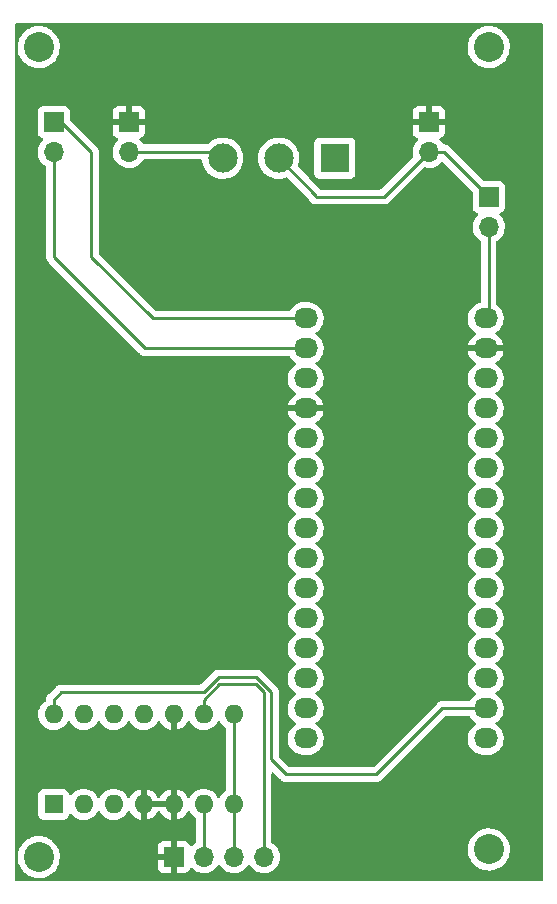
<source format=gbr>
%TF.GenerationSoftware,KiCad,Pcbnew,(6.0.1)*%
%TF.CreationDate,2022-06-07T11:34:35+01:00*%
%TF.ProjectId,psp-bluetooth,7073702d-626c-4756-9574-6f6f74682e6b,rev?*%
%TF.SameCoordinates,Original*%
%TF.FileFunction,Copper,L1,Top*%
%TF.FilePolarity,Positive*%
%FSLAX46Y46*%
G04 Gerber Fmt 4.6, Leading zero omitted, Abs format (unit mm)*
G04 Created by KiCad (PCBNEW (6.0.1)) date 2022-06-07 11:34:35*
%MOMM*%
%LPD*%
G01*
G04 APERTURE LIST*
%TA.AperFunction,ComponentPad*%
%ADD10O,2.032000X1.727200*%
%TD*%
%TA.AperFunction,ComponentPad*%
%ADD11C,2.540000*%
%TD*%
%TA.AperFunction,ComponentPad*%
%ADD12R,2.475000X2.475000*%
%TD*%
%TA.AperFunction,ComponentPad*%
%ADD13C,2.475000*%
%TD*%
%TA.AperFunction,ComponentPad*%
%ADD14R,1.600000X1.600000*%
%TD*%
%TA.AperFunction,ComponentPad*%
%ADD15O,1.600000X1.600000*%
%TD*%
%TA.AperFunction,ComponentPad*%
%ADD16R,1.700000X1.700000*%
%TD*%
%TA.AperFunction,ComponentPad*%
%ADD17O,1.700000X1.700000*%
%TD*%
%TA.AperFunction,Conductor*%
%ADD18C,0.250000*%
%TD*%
G04 APERTURE END LIST*
D10*
%TO.P,P1,1,Pin_1*%
%TO.N,/1(Tx)*%
X139446000Y-71247000D03*
%TO.P,P1,2,Pin_2*%
%TO.N,/0(Rx)*%
X139446000Y-73787000D03*
%TO.P,P1,3,Pin_3*%
%TO.N,/Reset*%
X139446000Y-76327000D03*
%TO.P,P1,4,Pin_4*%
%TO.N,GND*%
X139446000Y-78867000D03*
%TO.P,P1,5,Pin_5*%
%TO.N,/2*%
X139446000Y-81407000D03*
%TO.P,P1,6,Pin_6*%
%TO.N,/3(\u002A\u002A)*%
X139446000Y-83947000D03*
%TO.P,P1,7,Pin_7*%
%TO.N,/4*%
X139446000Y-86487000D03*
%TO.P,P1,8,Pin_8*%
%TO.N,/5(\u002A\u002A)*%
X139446000Y-89027000D03*
%TO.P,P1,9,Pin_9*%
%TO.N,/6(\u002A\u002A)*%
X139446000Y-91567000D03*
%TO.P,P1,10,Pin_10*%
%TO.N,/7*%
X139446000Y-94107000D03*
%TO.P,P1,11,Pin_11*%
%TO.N,/8*%
X139446000Y-96647000D03*
%TO.P,P1,12,Pin_12*%
%TO.N,/9(\u002A\u002A)*%
X139446000Y-99187000D03*
%TO.P,P1,13,Pin_13*%
%TO.N,/10(\u002A\u002A{slash}SS)*%
X139446000Y-101727000D03*
%TO.P,P1,14,Pin_14*%
%TO.N,/11(\u002A\u002A{slash}MOSI)*%
X139446000Y-104267000D03*
%TO.P,P1,15,Pin_15*%
%TO.N,/12(MISO)*%
X139446000Y-106807000D03*
%TD*%
%TO.P,P2,1,Pin_1*%
%TO.N,VIN*%
X154686000Y-71247000D03*
%TO.P,P2,2,Pin_2*%
%TO.N,GND*%
X154686000Y-73787000D03*
%TO.P,P2,3,Pin_3*%
%TO.N,/Reset*%
X154686000Y-76327000D03*
%TO.P,P2,4,Pin_4*%
%TO.N,+5V*%
X154686000Y-78867000D03*
%TO.P,P2,5,Pin_5*%
%TO.N,/A7 (D21)*%
X154686000Y-81407000D03*
%TO.P,P2,6,Pin_6*%
%TO.N,/A6 (D20)*%
X154686000Y-83947000D03*
%TO.P,P2,7,Pin_7*%
%TO.N,/A5 (D19)*%
X154686000Y-86487000D03*
%TO.P,P2,8,Pin_8*%
%TO.N,/A4 (D18)*%
X154686000Y-89027000D03*
%TO.P,P2,9,Pin_9*%
%TO.N,/A3 (D17)*%
X154686000Y-91567000D03*
%TO.P,P2,10,Pin_10*%
%TO.N,/A2 (D16)*%
X154686000Y-94107000D03*
%TO.P,P2,11,Pin_11*%
%TO.N,/A1 (D15)*%
X154686000Y-96647000D03*
%TO.P,P2,12,Pin_12*%
%TO.N,/A0 (D14)*%
X154686000Y-99187000D03*
%TO.P,P2,13,Pin_13*%
%TO.N,/AREF*%
X154686000Y-101727000D03*
%TO.P,P2,14,Pin_14*%
%TO.N,+3V3*%
X154686000Y-104267000D03*
%TO.P,P2,15,Pin_15*%
%TO.N,/13(SCK)*%
X154686000Y-106807000D03*
%TD*%
D11*
%TO.P,P3,1,Pin_1*%
%TO.N,unconnected-(P3-Pad1)*%
X116840000Y-48260000D03*
%TD*%
%TO.P,P4,1,Pin_1*%
%TO.N,unconnected-(P4-Pad1)*%
X116840000Y-116840000D03*
%TD*%
%TO.P,P5,1,Pin_1*%
%TO.N,unconnected-(P5-Pad1)*%
X154940000Y-116205000D03*
%TD*%
%TO.P,P6,1,Pin_1*%
%TO.N,unconnected-(P6-Pad1)*%
X154940000Y-48260000D03*
%TD*%
D12*
%TO.P,S1,1*%
%TO.N,unconnected-(S1-Pad1)*%
X141910000Y-57672500D03*
D13*
%TO.P,S1,2*%
%TO.N,Net-(J5-Pad2)*%
X137160000Y-57672500D03*
%TO.P,S1,3*%
%TO.N,Net-(J6-Pad2)*%
X132410000Y-57672500D03*
%TD*%
D14*
%TO.P,U1,1,~{CS}*%
%TO.N,/10(\u002A\u002A{slash}SS)*%
X118105000Y-112385000D03*
D15*
%TO.P,U1,2,SCK*%
%TO.N,/13(SCK)*%
X120645000Y-112385000D03*
%TO.P,U1,3,SDI*%
%TO.N,/11(\u002A\u002A{slash}MOSI)*%
X123185000Y-112385000D03*
%TO.P,U1,4,VSS*%
%TO.N,GND*%
X125725000Y-112385000D03*
%TO.P,U1,5,P1B*%
X128265000Y-112385000D03*
%TO.P,U1,6,P1W*%
%TO.N,Net-(J4-Pad2)*%
X130805000Y-112385000D03*
%TO.P,U1,7,P1A*%
%TO.N,Net-(J4-Pad3)*%
X133345000Y-112385000D03*
%TO.P,U1,8,P0A*%
X133345000Y-104765000D03*
%TO.P,U1,9,P0W*%
%TO.N,Net-(J4-Pad4)*%
X130805000Y-104765000D03*
%TO.P,U1,10,P0B*%
%TO.N,GND*%
X128265000Y-104765000D03*
%TO.P,U1,11,~{WP}*%
%TO.N,unconnected-(U1-Pad11)*%
X125725000Y-104765000D03*
%TO.P,U1,12,~{SHDN}*%
%TO.N,unconnected-(U1-Pad12)*%
X123185000Y-104765000D03*
%TO.P,U1,13,SDO*%
%TO.N,/12(MISO)*%
X120645000Y-104765000D03*
%TO.P,U1,14,VDD*%
%TO.N,+3V3*%
X118105000Y-104765000D03*
%TD*%
D16*
%TO.P,J7,1,Pin_1*%
%TO.N,/1(Tx)*%
X118110000Y-54610000D03*
D17*
%TO.P,J7,2,Pin_2*%
%TO.N,/0(Rx)*%
X118110000Y-57150000D03*
%TD*%
D16*
%TO.P,J4,1,Pin_1*%
%TO.N,GND*%
X128280000Y-116840000D03*
D17*
%TO.P,J4,2,Pin_2*%
%TO.N,Net-(J4-Pad2)*%
X130820000Y-116840000D03*
%TO.P,J4,3,Pin_3*%
%TO.N,Net-(J4-Pad3)*%
X133360000Y-116840000D03*
%TO.P,J4,4,Pin_4*%
%TO.N,Net-(J4-Pad4)*%
X135900000Y-116840000D03*
%TD*%
D16*
%TO.P,J5,1,Pin_1*%
%TO.N,GND*%
X149860000Y-54605000D03*
D17*
%TO.P,J5,2,Pin_2*%
%TO.N,Net-(J5-Pad2)*%
X149860000Y-57145000D03*
%TD*%
D16*
%TO.P,J8,1,Pin_1*%
%TO.N,Net-(J5-Pad2)*%
X154940000Y-60955000D03*
D17*
%TO.P,J8,2,Pin_2*%
%TO.N,VIN*%
X154940000Y-63495000D03*
%TD*%
D16*
%TO.P,J6,1,Pin_1*%
%TO.N,GND*%
X124460000Y-54605000D03*
D17*
%TO.P,J6,2,Pin_2*%
%TO.N,Net-(J6-Pad2)*%
X124460000Y-57145000D03*
%TD*%
D18*
%TO.N,+3V3*%
X151003000Y-104267000D02*
X154686000Y-104267000D01*
X145415000Y-109855000D02*
X151003000Y-104267000D01*
X136525000Y-108585000D02*
X137795000Y-109855000D01*
X136525000Y-102869282D02*
X136525000Y-108585000D01*
X137795000Y-109855000D02*
X145415000Y-109855000D01*
X135255718Y-101600000D02*
X136525000Y-102869282D01*
X132079282Y-101600000D02*
X135255718Y-101600000D01*
X130809282Y-102870000D02*
X132079282Y-101600000D01*
X118745000Y-102870000D02*
X130809282Y-102870000D01*
X118105000Y-103510000D02*
X118745000Y-102870000D01*
X118105000Y-104765000D02*
X118105000Y-103510000D01*
%TO.N,Net-(J4-Pad4)*%
X135255000Y-102235000D02*
X135900000Y-102880000D01*
X130805000Y-103510000D02*
X132080000Y-102235000D01*
X135900000Y-102880000D02*
X135900000Y-116840000D01*
X130805000Y-104765000D02*
X130805000Y-103510000D01*
X132080000Y-102235000D02*
X135255000Y-102235000D01*
%TO.N,Net-(J4-Pad2)*%
X130805000Y-116825000D02*
X130820000Y-116840000D01*
X130805000Y-112385000D02*
X130805000Y-116825000D01*
%TO.N,Net-(J4-Pad3)*%
X133345000Y-112385000D02*
X133345000Y-104765000D01*
X133345000Y-116825000D02*
X133360000Y-116840000D01*
X133345000Y-112385000D02*
X133345000Y-116825000D01*
%TO.N,/0(Rx)*%
X118110000Y-66040000D02*
X118110000Y-57150000D01*
X125857000Y-73787000D02*
X118110000Y-66040000D01*
X139446000Y-73787000D02*
X125857000Y-73787000D01*
%TO.N,/1(Tx)*%
X118745000Y-54610000D02*
X118110000Y-54610000D01*
X121285000Y-66040000D02*
X121285000Y-57150000D01*
X126492000Y-71247000D02*
X121285000Y-66040000D01*
X121285000Y-57150000D02*
X118745000Y-54610000D01*
X139446000Y-71247000D02*
X126492000Y-71247000D01*
%TO.N,VIN*%
X154940000Y-70993000D02*
X154686000Y-71247000D01*
X154940000Y-63495000D02*
X154940000Y-70993000D01*
%TO.N,Net-(J5-Pad2)*%
X151130000Y-57145000D02*
X154940000Y-60955000D01*
X149860000Y-57145000D02*
X151130000Y-57145000D01*
X146045000Y-60960000D02*
X149860000Y-57145000D01*
X140335000Y-60847500D02*
X140335000Y-60960000D01*
X137160000Y-57672500D02*
X140335000Y-60847500D01*
X140335000Y-60960000D02*
X146045000Y-60960000D01*
%TO.N,Net-(J6-Pad2)*%
X124460000Y-57145000D02*
X131882500Y-57145000D01*
X131882500Y-57145000D02*
X132410000Y-57672500D01*
%TD*%
%TA.AperFunction,Conductor*%
%TO.N,GND*%
G36*
X116734733Y-46229292D02*
G01*
X116744153Y-46228000D01*
X154830334Y-46228000D01*
X154834733Y-46229292D01*
X154844153Y-46228000D01*
X159386000Y-46228000D01*
X159454121Y-46248002D01*
X159500614Y-46301658D01*
X159512000Y-46354000D01*
X159512000Y-118746000D01*
X159491998Y-118814121D01*
X159438342Y-118860614D01*
X159386000Y-118872000D01*
X116931045Y-118872000D01*
X116885598Y-118858656D01*
X116869385Y-118868197D01*
X116838661Y-118872000D01*
X114934000Y-118872000D01*
X114865879Y-118851998D01*
X114819386Y-118798342D01*
X114808000Y-118746000D01*
X114808000Y-116856214D01*
X114822677Y-116806230D01*
X114822427Y-116805739D01*
X115045271Y-116805739D01*
X115054896Y-116820716D01*
X115059855Y-116850169D01*
X115069807Y-117057352D01*
X115079792Y-117107548D01*
X115107658Y-117247639D01*
X115121378Y-117316616D01*
X115122957Y-117321014D01*
X115122959Y-117321021D01*
X115170925Y-117454616D01*
X115210704Y-117565410D01*
X115212921Y-117569536D01*
X115297603Y-117727137D01*
X115335822Y-117798267D01*
X115338617Y-117802011D01*
X115338619Y-117802013D01*
X115469441Y-117977205D01*
X115493985Y-118010073D01*
X115497292Y-118013351D01*
X115497297Y-118013357D01*
X115678046Y-118192534D01*
X115681718Y-118196174D01*
X115894896Y-118352483D01*
X115899031Y-118354659D01*
X115899035Y-118354661D01*
X116022293Y-118419510D01*
X116128836Y-118475565D01*
X116378400Y-118562716D01*
X116382993Y-118563588D01*
X116633515Y-118611151D01*
X116633518Y-118611151D01*
X116638104Y-118612022D01*
X116843608Y-118620097D01*
X116882799Y-118633297D01*
X116895547Y-118625104D01*
X116917327Y-118620749D01*
X116997010Y-118612022D01*
X117165015Y-118593622D01*
X117169526Y-118592434D01*
X117169528Y-118592434D01*
X117416124Y-118527511D01*
X117416126Y-118527510D01*
X117420647Y-118526320D01*
X117535191Y-118477108D01*
X117659229Y-118423817D01*
X117659231Y-118423816D01*
X117663523Y-118421972D01*
X117888307Y-118282871D01*
X117984903Y-118201097D01*
X118086496Y-118115093D01*
X118086498Y-118115091D01*
X118090063Y-118112073D01*
X118264356Y-117913329D01*
X118285040Y-117881173D01*
X118379274Y-117734669D01*
X126922001Y-117734669D01*
X126922371Y-117741490D01*
X126927895Y-117792352D01*
X126931521Y-117807604D01*
X126976676Y-117928054D01*
X126985214Y-117943649D01*
X127061715Y-118045724D01*
X127074276Y-118058285D01*
X127176351Y-118134786D01*
X127191946Y-118143324D01*
X127312394Y-118188478D01*
X127327649Y-118192105D01*
X127378514Y-118197631D01*
X127385328Y-118198000D01*
X128007885Y-118198000D01*
X128023124Y-118193525D01*
X128024329Y-118192135D01*
X128026000Y-118184452D01*
X128026000Y-117112115D01*
X128021525Y-117096876D01*
X128020135Y-117095671D01*
X128012452Y-117094000D01*
X126940116Y-117094000D01*
X126924877Y-117098475D01*
X126923672Y-117099865D01*
X126922001Y-117107548D01*
X126922001Y-117734669D01*
X118379274Y-117734669D01*
X118404831Y-117694936D01*
X118407359Y-117691006D01*
X118515930Y-117449988D01*
X118587683Y-117195570D01*
X118621043Y-116933340D01*
X118621744Y-116906590D01*
X118623404Y-116843160D01*
X118623487Y-116840000D01*
X118621012Y-116806695D01*
X118604243Y-116581036D01*
X118604242Y-116581032D01*
X118603897Y-116576384D01*
X118601974Y-116567885D01*
X126922000Y-116567885D01*
X126926475Y-116583124D01*
X126927865Y-116584329D01*
X126935548Y-116586000D01*
X128007885Y-116586000D01*
X128023124Y-116581525D01*
X128024329Y-116580135D01*
X128026000Y-116572452D01*
X128026000Y-115500116D01*
X128021525Y-115484877D01*
X128020135Y-115483672D01*
X128012452Y-115482001D01*
X127385331Y-115482001D01*
X127378510Y-115482371D01*
X127327648Y-115487895D01*
X127312396Y-115491521D01*
X127191946Y-115536676D01*
X127176351Y-115545214D01*
X127074276Y-115621715D01*
X127061715Y-115634276D01*
X126985214Y-115736351D01*
X126976676Y-115751946D01*
X126931522Y-115872394D01*
X126927895Y-115887649D01*
X126922369Y-115938514D01*
X126922000Y-115945328D01*
X126922000Y-116567885D01*
X118601974Y-116567885D01*
X118545557Y-116318559D01*
X118530028Y-116278626D01*
X118451442Y-116076542D01*
X118451441Y-116076540D01*
X118449749Y-116072189D01*
X118423535Y-116026323D01*
X118374708Y-115940895D01*
X118318578Y-115842687D01*
X118154925Y-115635094D01*
X117962385Y-115453970D01*
X117938195Y-115437189D01*
X117749026Y-115305958D01*
X117749021Y-115305955D01*
X117745188Y-115303296D01*
X117740997Y-115301229D01*
X117512294Y-115188445D01*
X117512291Y-115188444D01*
X117508106Y-115186380D01*
X117467298Y-115173317D01*
X117260792Y-115107214D01*
X117260794Y-115107214D01*
X117256347Y-115105791D01*
X117113825Y-115082580D01*
X117000053Y-115064051D01*
X117000052Y-115064051D01*
X116995441Y-115063300D01*
X116863281Y-115061570D01*
X116735798Y-115059901D01*
X116735795Y-115059901D01*
X116731121Y-115059840D01*
X116469192Y-115095486D01*
X116464702Y-115096795D01*
X116464696Y-115096796D01*
X116356732Y-115128265D01*
X116215410Y-115169457D01*
X116211163Y-115171415D01*
X116211160Y-115171416D01*
X116140439Y-115204019D01*
X115975348Y-115280127D01*
X115971439Y-115282690D01*
X115758195Y-115422499D01*
X115758190Y-115422503D01*
X115754282Y-115425065D01*
X115557067Y-115601086D01*
X115388036Y-115804324D01*
X115250901Y-116030314D01*
X115249095Y-116034622D01*
X115249094Y-116034623D01*
X115178970Y-116201851D01*
X115148677Y-116274091D01*
X115147526Y-116278623D01*
X115147525Y-116278626D01*
X115124496Y-116369305D01*
X115083608Y-116530301D01*
X115079426Y-116571830D01*
X115059366Y-116771049D01*
X115045271Y-116805739D01*
X114822427Y-116805739D01*
X114810156Y-116781632D01*
X114808000Y-116758425D01*
X114808000Y-113233134D01*
X116796500Y-113233134D01*
X116803255Y-113295316D01*
X116854385Y-113431705D01*
X116941739Y-113548261D01*
X117058295Y-113635615D01*
X117194684Y-113686745D01*
X117256866Y-113693500D01*
X118953134Y-113693500D01*
X119015316Y-113686745D01*
X119151705Y-113635615D01*
X119268261Y-113548261D01*
X119355615Y-113431705D01*
X119406745Y-113295316D01*
X119407917Y-113284526D01*
X119408803Y-113282394D01*
X119409425Y-113279778D01*
X119409848Y-113279879D01*
X119435155Y-113218965D01*
X119493517Y-113178537D01*
X119564471Y-113176078D01*
X119625490Y-113212371D01*
X119632489Y-113221031D01*
X119635643Y-113224789D01*
X119638802Y-113229300D01*
X119800700Y-113391198D01*
X119805208Y-113394355D01*
X119805211Y-113394357D01*
X119846542Y-113423297D01*
X119988251Y-113522523D01*
X119993233Y-113524846D01*
X119993238Y-113524849D01*
X120163825Y-113604394D01*
X120195757Y-113619284D01*
X120201065Y-113620706D01*
X120201067Y-113620707D01*
X120411598Y-113677119D01*
X120411600Y-113677119D01*
X120416913Y-113678543D01*
X120645000Y-113698498D01*
X120873087Y-113678543D01*
X120878400Y-113677119D01*
X120878402Y-113677119D01*
X121088933Y-113620707D01*
X121088935Y-113620706D01*
X121094243Y-113619284D01*
X121126175Y-113604394D01*
X121296762Y-113524849D01*
X121296767Y-113524846D01*
X121301749Y-113522523D01*
X121443458Y-113423297D01*
X121484789Y-113394357D01*
X121484792Y-113394355D01*
X121489300Y-113391198D01*
X121651198Y-113229300D01*
X121782523Y-113041749D01*
X121784846Y-113036767D01*
X121784849Y-113036762D01*
X121800805Y-113002543D01*
X121847722Y-112949258D01*
X121915999Y-112929797D01*
X121983959Y-112950339D01*
X122029195Y-113002543D01*
X122045151Y-113036762D01*
X122045154Y-113036767D01*
X122047477Y-113041749D01*
X122178802Y-113229300D01*
X122340700Y-113391198D01*
X122345208Y-113394355D01*
X122345211Y-113394357D01*
X122386542Y-113423297D01*
X122528251Y-113522523D01*
X122533233Y-113524846D01*
X122533238Y-113524849D01*
X122703825Y-113604394D01*
X122735757Y-113619284D01*
X122741065Y-113620706D01*
X122741067Y-113620707D01*
X122951598Y-113677119D01*
X122951600Y-113677119D01*
X122956913Y-113678543D01*
X123185000Y-113698498D01*
X123413087Y-113678543D01*
X123418400Y-113677119D01*
X123418402Y-113677119D01*
X123628933Y-113620707D01*
X123628935Y-113620706D01*
X123634243Y-113619284D01*
X123666175Y-113604394D01*
X123836762Y-113524849D01*
X123836767Y-113524846D01*
X123841749Y-113522523D01*
X123983458Y-113423297D01*
X124024789Y-113394357D01*
X124024792Y-113394355D01*
X124029300Y-113391198D01*
X124191198Y-113229300D01*
X124322523Y-113041749D01*
X124324846Y-113036767D01*
X124324849Y-113036762D01*
X124341081Y-113001951D01*
X124387998Y-112948666D01*
X124456275Y-112929205D01*
X124524235Y-112949747D01*
X124569471Y-113001951D01*
X124585586Y-113036511D01*
X124591069Y-113046007D01*
X124716028Y-113224467D01*
X124723084Y-113232875D01*
X124877125Y-113386916D01*
X124885533Y-113393972D01*
X125063993Y-113518931D01*
X125073489Y-113524414D01*
X125270947Y-113616490D01*
X125281239Y-113620236D01*
X125453503Y-113666394D01*
X125467599Y-113666058D01*
X125471000Y-113658116D01*
X125471000Y-113652967D01*
X125979000Y-113652967D01*
X125982973Y-113666498D01*
X125991522Y-113667727D01*
X126168761Y-113620236D01*
X126179053Y-113616490D01*
X126376511Y-113524414D01*
X126386007Y-113518931D01*
X126564467Y-113393972D01*
X126572875Y-113386916D01*
X126726916Y-113232875D01*
X126733972Y-113224467D01*
X126858931Y-113046007D01*
X126864414Y-113036511D01*
X126880805Y-113001359D01*
X126927722Y-112948074D01*
X126995999Y-112928613D01*
X127063959Y-112949155D01*
X127109195Y-113001359D01*
X127125586Y-113036511D01*
X127131069Y-113046007D01*
X127256028Y-113224467D01*
X127263084Y-113232875D01*
X127417125Y-113386916D01*
X127425533Y-113393972D01*
X127603993Y-113518931D01*
X127613489Y-113524414D01*
X127810947Y-113616490D01*
X127821239Y-113620236D01*
X127993503Y-113666394D01*
X128007599Y-113666058D01*
X128011000Y-113658116D01*
X128011000Y-112657115D01*
X128006525Y-112641876D01*
X128005135Y-112640671D01*
X127997452Y-112639000D01*
X125997115Y-112639000D01*
X125981876Y-112643475D01*
X125980671Y-112644865D01*
X125979000Y-112652548D01*
X125979000Y-113652967D01*
X125471000Y-113652967D01*
X125471000Y-112112885D01*
X125979000Y-112112885D01*
X125983475Y-112128124D01*
X125984865Y-112129329D01*
X125992548Y-112131000D01*
X127992885Y-112131000D01*
X128008124Y-112126525D01*
X128009329Y-112125135D01*
X128011000Y-112117452D01*
X128011000Y-111117033D01*
X128007027Y-111103502D01*
X127998478Y-111102273D01*
X127821239Y-111149764D01*
X127810947Y-111153510D01*
X127613489Y-111245586D01*
X127603993Y-111251069D01*
X127425533Y-111376028D01*
X127417125Y-111383084D01*
X127263084Y-111537125D01*
X127256028Y-111545533D01*
X127131069Y-111723993D01*
X127125586Y-111733489D01*
X127109195Y-111768641D01*
X127062278Y-111821926D01*
X126994001Y-111841387D01*
X126926041Y-111820845D01*
X126880805Y-111768641D01*
X126864414Y-111733489D01*
X126858931Y-111723993D01*
X126733972Y-111545533D01*
X126726916Y-111537125D01*
X126572875Y-111383084D01*
X126564467Y-111376028D01*
X126386007Y-111251069D01*
X126376511Y-111245586D01*
X126179053Y-111153510D01*
X126168761Y-111149764D01*
X125996497Y-111103606D01*
X125982401Y-111103942D01*
X125979000Y-111111884D01*
X125979000Y-112112885D01*
X125471000Y-112112885D01*
X125471000Y-111117033D01*
X125467027Y-111103502D01*
X125458478Y-111102273D01*
X125281239Y-111149764D01*
X125270947Y-111153510D01*
X125073489Y-111245586D01*
X125063993Y-111251069D01*
X124885533Y-111376028D01*
X124877125Y-111383084D01*
X124723084Y-111537125D01*
X124716028Y-111545533D01*
X124591069Y-111723993D01*
X124585586Y-111733489D01*
X124569471Y-111768049D01*
X124522554Y-111821334D01*
X124454277Y-111840795D01*
X124386317Y-111820253D01*
X124341081Y-111768049D01*
X124324849Y-111733238D01*
X124324846Y-111733233D01*
X124322523Y-111728251D01*
X124191198Y-111540700D01*
X124029300Y-111378802D01*
X124024792Y-111375645D01*
X124024789Y-111375643D01*
X123872228Y-111268819D01*
X123841749Y-111247477D01*
X123836767Y-111245154D01*
X123836762Y-111245151D01*
X123639225Y-111153039D01*
X123639224Y-111153039D01*
X123634243Y-111150716D01*
X123628935Y-111149294D01*
X123628933Y-111149293D01*
X123418402Y-111092881D01*
X123418400Y-111092881D01*
X123413087Y-111091457D01*
X123185000Y-111071502D01*
X122956913Y-111091457D01*
X122951600Y-111092881D01*
X122951598Y-111092881D01*
X122741067Y-111149293D01*
X122741065Y-111149294D01*
X122735757Y-111150716D01*
X122730776Y-111153039D01*
X122730775Y-111153039D01*
X122533238Y-111245151D01*
X122533233Y-111245154D01*
X122528251Y-111247477D01*
X122497772Y-111268819D01*
X122345211Y-111375643D01*
X122345208Y-111375645D01*
X122340700Y-111378802D01*
X122178802Y-111540700D01*
X122047477Y-111728251D01*
X122045154Y-111733233D01*
X122045151Y-111733238D01*
X122029195Y-111767457D01*
X121982278Y-111820742D01*
X121914001Y-111840203D01*
X121846041Y-111819661D01*
X121800805Y-111767457D01*
X121784849Y-111733238D01*
X121784846Y-111733233D01*
X121782523Y-111728251D01*
X121651198Y-111540700D01*
X121489300Y-111378802D01*
X121484792Y-111375645D01*
X121484789Y-111375643D01*
X121332228Y-111268819D01*
X121301749Y-111247477D01*
X121296767Y-111245154D01*
X121296762Y-111245151D01*
X121099225Y-111153039D01*
X121099224Y-111153039D01*
X121094243Y-111150716D01*
X121088935Y-111149294D01*
X121088933Y-111149293D01*
X120878402Y-111092881D01*
X120878400Y-111092881D01*
X120873087Y-111091457D01*
X120645000Y-111071502D01*
X120416913Y-111091457D01*
X120411600Y-111092881D01*
X120411598Y-111092881D01*
X120201067Y-111149293D01*
X120201065Y-111149294D01*
X120195757Y-111150716D01*
X120190776Y-111153039D01*
X120190775Y-111153039D01*
X119993238Y-111245151D01*
X119993233Y-111245154D01*
X119988251Y-111247477D01*
X119957772Y-111268819D01*
X119805211Y-111375643D01*
X119805208Y-111375645D01*
X119800700Y-111378802D01*
X119638802Y-111540700D01*
X119635643Y-111545211D01*
X119632108Y-111549424D01*
X119630974Y-111548473D01*
X119580929Y-111588471D01*
X119510310Y-111595776D01*
X119446951Y-111563742D01*
X119410970Y-111502538D01*
X119407918Y-111485483D01*
X119406745Y-111474684D01*
X119355615Y-111338295D01*
X119268261Y-111221739D01*
X119151705Y-111134385D01*
X119015316Y-111083255D01*
X118953134Y-111076500D01*
X117256866Y-111076500D01*
X117194684Y-111083255D01*
X117058295Y-111134385D01*
X116941739Y-111221739D01*
X116854385Y-111338295D01*
X116803255Y-111474684D01*
X116796500Y-111536866D01*
X116796500Y-113233134D01*
X114808000Y-113233134D01*
X114808000Y-104765000D01*
X116791502Y-104765000D01*
X116811457Y-104993087D01*
X116812881Y-104998400D01*
X116812881Y-104998402D01*
X116835386Y-105082389D01*
X116870716Y-105214243D01*
X116873039Y-105219224D01*
X116873039Y-105219225D01*
X116965151Y-105416762D01*
X116965154Y-105416767D01*
X116967477Y-105421749D01*
X117007514Y-105478927D01*
X117062136Y-105556935D01*
X117098802Y-105609300D01*
X117260700Y-105771198D01*
X117265208Y-105774355D01*
X117265211Y-105774357D01*
X117343389Y-105829098D01*
X117448251Y-105902523D01*
X117453233Y-105904846D01*
X117453238Y-105904849D01*
X117649765Y-105996490D01*
X117655757Y-105999284D01*
X117661065Y-106000706D01*
X117661067Y-106000707D01*
X117871598Y-106057119D01*
X117871600Y-106057119D01*
X117876913Y-106058543D01*
X118105000Y-106078498D01*
X118333087Y-106058543D01*
X118338400Y-106057119D01*
X118338402Y-106057119D01*
X118548933Y-106000707D01*
X118548935Y-106000706D01*
X118554243Y-105999284D01*
X118560235Y-105996490D01*
X118756762Y-105904849D01*
X118756767Y-105904846D01*
X118761749Y-105902523D01*
X118866611Y-105829098D01*
X118944789Y-105774357D01*
X118944792Y-105774355D01*
X118949300Y-105771198D01*
X119111198Y-105609300D01*
X119147865Y-105556935D01*
X119202486Y-105478927D01*
X119242523Y-105421749D01*
X119244846Y-105416767D01*
X119244849Y-105416762D01*
X119260805Y-105382543D01*
X119307722Y-105329258D01*
X119375999Y-105309797D01*
X119443959Y-105330339D01*
X119489195Y-105382543D01*
X119505151Y-105416762D01*
X119505154Y-105416767D01*
X119507477Y-105421749D01*
X119547514Y-105478927D01*
X119602136Y-105556935D01*
X119638802Y-105609300D01*
X119800700Y-105771198D01*
X119805208Y-105774355D01*
X119805211Y-105774357D01*
X119883389Y-105829098D01*
X119988251Y-105902523D01*
X119993233Y-105904846D01*
X119993238Y-105904849D01*
X120189765Y-105996490D01*
X120195757Y-105999284D01*
X120201065Y-106000706D01*
X120201067Y-106000707D01*
X120411598Y-106057119D01*
X120411600Y-106057119D01*
X120416913Y-106058543D01*
X120645000Y-106078498D01*
X120873087Y-106058543D01*
X120878400Y-106057119D01*
X120878402Y-106057119D01*
X121088933Y-106000707D01*
X121088935Y-106000706D01*
X121094243Y-105999284D01*
X121100235Y-105996490D01*
X121296762Y-105904849D01*
X121296767Y-105904846D01*
X121301749Y-105902523D01*
X121406611Y-105829098D01*
X121484789Y-105774357D01*
X121484792Y-105774355D01*
X121489300Y-105771198D01*
X121651198Y-105609300D01*
X121687865Y-105556935D01*
X121742486Y-105478927D01*
X121782523Y-105421749D01*
X121784846Y-105416767D01*
X121784849Y-105416762D01*
X121800805Y-105382543D01*
X121847722Y-105329258D01*
X121915999Y-105309797D01*
X121983959Y-105330339D01*
X122029195Y-105382543D01*
X122045151Y-105416762D01*
X122045154Y-105416767D01*
X122047477Y-105421749D01*
X122087514Y-105478927D01*
X122142136Y-105556935D01*
X122178802Y-105609300D01*
X122340700Y-105771198D01*
X122345208Y-105774355D01*
X122345211Y-105774357D01*
X122423389Y-105829098D01*
X122528251Y-105902523D01*
X122533233Y-105904846D01*
X122533238Y-105904849D01*
X122729765Y-105996490D01*
X122735757Y-105999284D01*
X122741065Y-106000706D01*
X122741067Y-106000707D01*
X122951598Y-106057119D01*
X122951600Y-106057119D01*
X122956913Y-106058543D01*
X123185000Y-106078498D01*
X123413087Y-106058543D01*
X123418400Y-106057119D01*
X123418402Y-106057119D01*
X123628933Y-106000707D01*
X123628935Y-106000706D01*
X123634243Y-105999284D01*
X123640235Y-105996490D01*
X123836762Y-105904849D01*
X123836767Y-105904846D01*
X123841749Y-105902523D01*
X123946611Y-105829098D01*
X124024789Y-105774357D01*
X124024792Y-105774355D01*
X124029300Y-105771198D01*
X124191198Y-105609300D01*
X124227865Y-105556935D01*
X124282486Y-105478927D01*
X124322523Y-105421749D01*
X124324846Y-105416767D01*
X124324849Y-105416762D01*
X124340805Y-105382543D01*
X124387722Y-105329258D01*
X124455999Y-105309797D01*
X124523959Y-105330339D01*
X124569195Y-105382543D01*
X124585151Y-105416762D01*
X124585154Y-105416767D01*
X124587477Y-105421749D01*
X124627514Y-105478927D01*
X124682136Y-105556935D01*
X124718802Y-105609300D01*
X124880700Y-105771198D01*
X124885208Y-105774355D01*
X124885211Y-105774357D01*
X124963389Y-105829098D01*
X125068251Y-105902523D01*
X125073233Y-105904846D01*
X125073238Y-105904849D01*
X125269765Y-105996490D01*
X125275757Y-105999284D01*
X125281065Y-106000706D01*
X125281067Y-106000707D01*
X125491598Y-106057119D01*
X125491600Y-106057119D01*
X125496913Y-106058543D01*
X125725000Y-106078498D01*
X125953087Y-106058543D01*
X125958400Y-106057119D01*
X125958402Y-106057119D01*
X126168933Y-106000707D01*
X126168935Y-106000706D01*
X126174243Y-105999284D01*
X126180235Y-105996490D01*
X126376762Y-105904849D01*
X126376767Y-105904846D01*
X126381749Y-105902523D01*
X126486611Y-105829098D01*
X126564789Y-105774357D01*
X126564792Y-105774355D01*
X126569300Y-105771198D01*
X126731198Y-105609300D01*
X126767865Y-105556935D01*
X126822486Y-105478927D01*
X126862523Y-105421749D01*
X126864846Y-105416767D01*
X126864849Y-105416762D01*
X126881081Y-105381951D01*
X126927998Y-105328666D01*
X126996275Y-105309205D01*
X127064235Y-105329747D01*
X127109471Y-105381951D01*
X127125586Y-105416511D01*
X127131069Y-105426007D01*
X127256028Y-105604467D01*
X127263084Y-105612875D01*
X127417125Y-105766916D01*
X127425533Y-105773972D01*
X127603993Y-105898931D01*
X127613489Y-105904414D01*
X127810947Y-105996490D01*
X127821239Y-106000236D01*
X127993503Y-106046394D01*
X128007599Y-106046058D01*
X128011000Y-106038116D01*
X128011000Y-104637000D01*
X128031002Y-104568879D01*
X128084658Y-104522386D01*
X128137000Y-104511000D01*
X128393000Y-104511000D01*
X128461121Y-104531002D01*
X128507614Y-104584658D01*
X128519000Y-104637000D01*
X128519000Y-106032967D01*
X128522973Y-106046498D01*
X128531522Y-106047727D01*
X128708761Y-106000236D01*
X128719053Y-105996490D01*
X128916511Y-105904414D01*
X128926007Y-105898931D01*
X129104467Y-105773972D01*
X129112875Y-105766916D01*
X129266916Y-105612875D01*
X129273972Y-105604467D01*
X129398931Y-105426007D01*
X129404414Y-105416511D01*
X129420529Y-105381951D01*
X129467446Y-105328666D01*
X129535723Y-105309205D01*
X129603683Y-105329747D01*
X129648919Y-105381951D01*
X129665151Y-105416762D01*
X129665154Y-105416767D01*
X129667477Y-105421749D01*
X129707514Y-105478927D01*
X129762136Y-105556935D01*
X129798802Y-105609300D01*
X129960700Y-105771198D01*
X129965208Y-105774355D01*
X129965211Y-105774357D01*
X130043389Y-105829098D01*
X130148251Y-105902523D01*
X130153233Y-105904846D01*
X130153238Y-105904849D01*
X130349765Y-105996490D01*
X130355757Y-105999284D01*
X130361065Y-106000706D01*
X130361067Y-106000707D01*
X130571598Y-106057119D01*
X130571600Y-106057119D01*
X130576913Y-106058543D01*
X130805000Y-106078498D01*
X131033087Y-106058543D01*
X131038400Y-106057119D01*
X131038402Y-106057119D01*
X131248933Y-106000707D01*
X131248935Y-106000706D01*
X131254243Y-105999284D01*
X131260235Y-105996490D01*
X131456762Y-105904849D01*
X131456767Y-105904846D01*
X131461749Y-105902523D01*
X131566611Y-105829098D01*
X131644789Y-105774357D01*
X131644792Y-105774355D01*
X131649300Y-105771198D01*
X131811198Y-105609300D01*
X131847865Y-105556935D01*
X131902486Y-105478927D01*
X131942523Y-105421749D01*
X131944846Y-105416767D01*
X131944849Y-105416762D01*
X131960805Y-105382543D01*
X132007722Y-105329258D01*
X132075999Y-105309797D01*
X132143959Y-105330339D01*
X132189195Y-105382543D01*
X132205151Y-105416762D01*
X132205154Y-105416767D01*
X132207477Y-105421749D01*
X132247514Y-105478927D01*
X132302136Y-105556935D01*
X132338802Y-105609300D01*
X132500700Y-105771198D01*
X132505208Y-105774355D01*
X132505211Y-105774357D01*
X132657771Y-105881181D01*
X132702099Y-105936638D01*
X132711500Y-105984394D01*
X132711500Y-111165606D01*
X132691498Y-111233727D01*
X132657771Y-111268819D01*
X132505211Y-111375643D01*
X132505208Y-111375645D01*
X132500700Y-111378802D01*
X132338802Y-111540700D01*
X132207477Y-111728251D01*
X132205154Y-111733233D01*
X132205151Y-111733238D01*
X132189195Y-111767457D01*
X132142278Y-111820742D01*
X132074001Y-111840203D01*
X132006041Y-111819661D01*
X131960805Y-111767457D01*
X131944849Y-111733238D01*
X131944846Y-111733233D01*
X131942523Y-111728251D01*
X131811198Y-111540700D01*
X131649300Y-111378802D01*
X131644792Y-111375645D01*
X131644789Y-111375643D01*
X131492228Y-111268819D01*
X131461749Y-111247477D01*
X131456767Y-111245154D01*
X131456762Y-111245151D01*
X131259225Y-111153039D01*
X131259224Y-111153039D01*
X131254243Y-111150716D01*
X131248935Y-111149294D01*
X131248933Y-111149293D01*
X131038402Y-111092881D01*
X131038400Y-111092881D01*
X131033087Y-111091457D01*
X130805000Y-111071502D01*
X130576913Y-111091457D01*
X130571600Y-111092881D01*
X130571598Y-111092881D01*
X130361067Y-111149293D01*
X130361065Y-111149294D01*
X130355757Y-111150716D01*
X130350776Y-111153039D01*
X130350775Y-111153039D01*
X130153238Y-111245151D01*
X130153233Y-111245154D01*
X130148251Y-111247477D01*
X130117772Y-111268819D01*
X129965211Y-111375643D01*
X129965208Y-111375645D01*
X129960700Y-111378802D01*
X129798802Y-111540700D01*
X129667477Y-111728251D01*
X129665154Y-111733233D01*
X129665151Y-111733238D01*
X129648919Y-111768049D01*
X129602002Y-111821334D01*
X129533725Y-111840795D01*
X129465765Y-111820253D01*
X129420529Y-111768049D01*
X129404414Y-111733489D01*
X129398931Y-111723993D01*
X129273972Y-111545533D01*
X129266916Y-111537125D01*
X129112875Y-111383084D01*
X129104467Y-111376028D01*
X128926007Y-111251069D01*
X128916511Y-111245586D01*
X128719053Y-111153510D01*
X128708761Y-111149764D01*
X128536497Y-111103606D01*
X128522401Y-111103942D01*
X128519000Y-111111884D01*
X128519000Y-113652967D01*
X128522973Y-113666498D01*
X128531522Y-113667727D01*
X128708761Y-113620236D01*
X128719053Y-113616490D01*
X128916511Y-113524414D01*
X128926007Y-113518931D01*
X129104467Y-113393972D01*
X129112875Y-113386916D01*
X129266916Y-113232875D01*
X129273972Y-113224467D01*
X129398931Y-113046007D01*
X129404414Y-113036511D01*
X129420529Y-113001951D01*
X129467446Y-112948666D01*
X129535723Y-112929205D01*
X129603683Y-112949747D01*
X129648919Y-113001951D01*
X129665151Y-113036762D01*
X129665154Y-113036767D01*
X129667477Y-113041749D01*
X129798802Y-113229300D01*
X129960700Y-113391198D01*
X129965208Y-113394355D01*
X129965211Y-113394357D01*
X130117771Y-113501181D01*
X130162099Y-113556638D01*
X130171500Y-113604394D01*
X130171500Y-115569500D01*
X130151498Y-115637621D01*
X130103679Y-115681264D01*
X130098199Y-115684116D01*
X130098194Y-115684119D01*
X130093607Y-115686507D01*
X129914965Y-115820635D01*
X129911393Y-115824373D01*
X129833898Y-115905466D01*
X129772374Y-115940895D01*
X129701462Y-115937438D01*
X129643676Y-115896192D01*
X129624823Y-115862644D01*
X129583324Y-115751946D01*
X129574786Y-115736351D01*
X129498285Y-115634276D01*
X129485724Y-115621715D01*
X129383649Y-115545214D01*
X129368054Y-115536676D01*
X129247606Y-115491522D01*
X129232351Y-115487895D01*
X129181486Y-115482369D01*
X129174672Y-115482000D01*
X128552115Y-115482000D01*
X128536876Y-115486475D01*
X128535671Y-115487865D01*
X128534000Y-115495548D01*
X128534000Y-118179884D01*
X128538475Y-118195123D01*
X128539865Y-118196328D01*
X128547548Y-118197999D01*
X129174669Y-118197999D01*
X129181490Y-118197629D01*
X129232352Y-118192105D01*
X129247604Y-118188479D01*
X129368054Y-118143324D01*
X129383649Y-118134786D01*
X129485724Y-118058285D01*
X129498285Y-118045724D01*
X129574786Y-117943649D01*
X129583324Y-117928054D01*
X129624225Y-117818952D01*
X129666867Y-117762188D01*
X129733428Y-117737488D01*
X129802777Y-117752696D01*
X129837444Y-117780684D01*
X129862865Y-117810031D01*
X129862869Y-117810035D01*
X129866250Y-117813938D01*
X130038126Y-117956632D01*
X130231000Y-118069338D01*
X130439692Y-118149030D01*
X130444760Y-118150061D01*
X130444763Y-118150062D01*
X130552017Y-118171883D01*
X130658597Y-118193567D01*
X130663772Y-118193757D01*
X130663774Y-118193757D01*
X130876673Y-118201564D01*
X130876677Y-118201564D01*
X130881837Y-118201753D01*
X130886957Y-118201097D01*
X130886959Y-118201097D01*
X131098288Y-118174025D01*
X131098289Y-118174025D01*
X131103416Y-118173368D01*
X131108366Y-118171883D01*
X131312429Y-118110661D01*
X131312434Y-118110659D01*
X131317384Y-118109174D01*
X131517994Y-118010896D01*
X131699860Y-117881173D01*
X131858096Y-117723489D01*
X131974731Y-117561174D01*
X131988453Y-117542077D01*
X131989776Y-117543028D01*
X132036645Y-117499857D01*
X132106580Y-117487625D01*
X132172026Y-117515144D01*
X132199875Y-117546994D01*
X132259987Y-117645088D01*
X132406250Y-117813938D01*
X132578126Y-117956632D01*
X132771000Y-118069338D01*
X132979692Y-118149030D01*
X132984760Y-118150061D01*
X132984763Y-118150062D01*
X133092017Y-118171883D01*
X133198597Y-118193567D01*
X133203772Y-118193757D01*
X133203774Y-118193757D01*
X133416673Y-118201564D01*
X133416677Y-118201564D01*
X133421837Y-118201753D01*
X133426957Y-118201097D01*
X133426959Y-118201097D01*
X133638288Y-118174025D01*
X133638289Y-118174025D01*
X133643416Y-118173368D01*
X133648366Y-118171883D01*
X133852429Y-118110661D01*
X133852434Y-118110659D01*
X133857384Y-118109174D01*
X134057994Y-118010896D01*
X134239860Y-117881173D01*
X134398096Y-117723489D01*
X134514731Y-117561174D01*
X134528453Y-117542077D01*
X134529776Y-117543028D01*
X134576645Y-117499857D01*
X134646580Y-117487625D01*
X134712026Y-117515144D01*
X134739875Y-117546994D01*
X134799987Y-117645088D01*
X134946250Y-117813938D01*
X135118126Y-117956632D01*
X135311000Y-118069338D01*
X135519692Y-118149030D01*
X135524760Y-118150061D01*
X135524763Y-118150062D01*
X135632017Y-118171883D01*
X135738597Y-118193567D01*
X135743772Y-118193757D01*
X135743774Y-118193757D01*
X135956673Y-118201564D01*
X135956677Y-118201564D01*
X135961837Y-118201753D01*
X135966957Y-118201097D01*
X135966959Y-118201097D01*
X136178288Y-118174025D01*
X136178289Y-118174025D01*
X136183416Y-118173368D01*
X136188366Y-118171883D01*
X136392429Y-118110661D01*
X136392434Y-118110659D01*
X136397384Y-118109174D01*
X136597994Y-118010896D01*
X136779860Y-117881173D01*
X136938096Y-117723489D01*
X137068453Y-117542077D01*
X137089320Y-117499857D01*
X137165136Y-117346453D01*
X137165137Y-117346451D01*
X137167430Y-117341811D01*
X137232370Y-117128069D01*
X137261529Y-116906590D01*
X137263156Y-116840000D01*
X137244852Y-116617361D01*
X137190431Y-116400702D01*
X137101354Y-116195840D01*
X137077077Y-116158314D01*
X153157124Y-116158314D01*
X153157348Y-116162980D01*
X153157348Y-116162985D01*
X153159518Y-116208160D01*
X153169807Y-116422352D01*
X153192206Y-116534959D01*
X153201469Y-116581525D01*
X153221378Y-116681616D01*
X153222957Y-116686014D01*
X153222959Y-116686021D01*
X153284065Y-116856214D01*
X153310704Y-116930410D01*
X153312921Y-116934536D01*
X153416910Y-117128069D01*
X153435822Y-117163267D01*
X153438617Y-117167011D01*
X153438619Y-117167013D01*
X153521743Y-117278329D01*
X153593985Y-117375073D01*
X153597292Y-117378351D01*
X153597297Y-117378357D01*
X153778402Y-117557887D01*
X153781718Y-117561174D01*
X153785485Y-117563936D01*
X153785486Y-117563937D01*
X153903312Y-117650331D01*
X153994896Y-117717483D01*
X153999031Y-117719659D01*
X153999035Y-117719661D01*
X154079866Y-117762188D01*
X154228836Y-117840565D01*
X154345120Y-117881173D01*
X154437202Y-117913329D01*
X154478400Y-117927716D01*
X154482993Y-117928588D01*
X154733515Y-117976151D01*
X154733518Y-117976151D01*
X154738104Y-117977022D01*
X154870174Y-117982212D01*
X154997575Y-117987218D01*
X154997581Y-117987218D01*
X155002243Y-117987401D01*
X155265015Y-117958622D01*
X155269526Y-117957434D01*
X155269528Y-117957434D01*
X155516124Y-117892511D01*
X155516126Y-117892510D01*
X155520647Y-117891320D01*
X155544265Y-117881173D01*
X155759229Y-117788817D01*
X155759231Y-117788816D01*
X155763523Y-117786972D01*
X155988307Y-117647871D01*
X156080841Y-117569536D01*
X156186496Y-117480093D01*
X156186498Y-117480091D01*
X156190063Y-117477073D01*
X156364356Y-117278329D01*
X156384097Y-117247639D01*
X156480042Y-117098475D01*
X156507359Y-117056006D01*
X156615930Y-116814988D01*
X156618539Y-116805739D01*
X156652302Y-116686021D01*
X156687683Y-116560570D01*
X156705861Y-116417680D01*
X156720645Y-116301471D01*
X156720645Y-116301465D01*
X156721043Y-116298340D01*
X156723487Y-116205000D01*
X156713941Y-116076542D01*
X156704243Y-115946036D01*
X156704242Y-115946032D01*
X156703897Y-115941384D01*
X156645557Y-115683559D01*
X156643864Y-115679205D01*
X156551442Y-115441542D01*
X156551441Y-115441540D01*
X156549749Y-115437189D01*
X156523535Y-115391323D01*
X156473223Y-115303296D01*
X156418578Y-115207687D01*
X156254925Y-115000094D01*
X156062385Y-114818970D01*
X156025212Y-114793182D01*
X155849026Y-114670958D01*
X155849021Y-114670955D01*
X155845188Y-114668296D01*
X155840997Y-114666229D01*
X155612294Y-114553445D01*
X155612291Y-114553444D01*
X155608106Y-114551380D01*
X155551150Y-114533148D01*
X155360792Y-114472214D01*
X155360794Y-114472214D01*
X155356347Y-114470791D01*
X155213825Y-114447580D01*
X155100053Y-114429051D01*
X155100052Y-114429051D01*
X155095441Y-114428300D01*
X154963281Y-114426570D01*
X154835798Y-114424901D01*
X154835795Y-114424901D01*
X154831121Y-114424840D01*
X154569192Y-114460486D01*
X154564702Y-114461795D01*
X154564696Y-114461796D01*
X154456732Y-114493265D01*
X154315410Y-114534457D01*
X154311163Y-114536415D01*
X154311160Y-114536416D01*
X154220950Y-114578004D01*
X154075348Y-114645127D01*
X154071439Y-114647690D01*
X153858195Y-114787499D01*
X153858190Y-114787503D01*
X153854282Y-114790065D01*
X153657067Y-114966086D01*
X153488036Y-115169324D01*
X153350901Y-115395314D01*
X153349095Y-115399622D01*
X153349094Y-115399623D01*
X153252568Y-115629813D01*
X153248677Y-115639091D01*
X153247526Y-115643623D01*
X153247525Y-115643626D01*
X153215146Y-115771121D01*
X153183608Y-115895301D01*
X153157124Y-116158314D01*
X137077077Y-116158314D01*
X136997058Y-116034623D01*
X136982822Y-116012617D01*
X136982820Y-116012614D01*
X136980014Y-116008277D01*
X136829670Y-115843051D01*
X136825619Y-115839852D01*
X136825615Y-115839848D01*
X136658414Y-115707800D01*
X136658410Y-115707798D01*
X136654359Y-115704598D01*
X136649835Y-115702101D01*
X136649831Y-115702098D01*
X136598608Y-115673822D01*
X136548636Y-115623390D01*
X136533500Y-115563513D01*
X136533500Y-109793594D01*
X136553502Y-109725473D01*
X136607158Y-109678980D01*
X136677432Y-109668876D01*
X136742012Y-109698370D01*
X136748595Y-109704499D01*
X137291343Y-110247247D01*
X137298887Y-110255537D01*
X137303000Y-110262018D01*
X137308777Y-110267443D01*
X137352667Y-110308658D01*
X137355509Y-110311413D01*
X137375230Y-110331134D01*
X137378425Y-110333612D01*
X137387447Y-110341318D01*
X137419679Y-110371586D01*
X137426628Y-110375406D01*
X137437432Y-110381346D01*
X137453956Y-110392199D01*
X137469959Y-110404613D01*
X137510543Y-110422176D01*
X137521173Y-110427383D01*
X137559940Y-110448695D01*
X137567617Y-110450666D01*
X137567622Y-110450668D01*
X137579558Y-110453732D01*
X137598266Y-110460137D01*
X137616855Y-110468181D01*
X137624683Y-110469421D01*
X137624690Y-110469423D01*
X137660524Y-110475099D01*
X137672144Y-110477505D01*
X137703959Y-110485673D01*
X137714970Y-110488500D01*
X137735224Y-110488500D01*
X137754934Y-110490051D01*
X137774943Y-110493220D01*
X137782835Y-110492474D01*
X137801580Y-110490702D01*
X137818962Y-110489059D01*
X137830819Y-110488500D01*
X145336233Y-110488500D01*
X145347416Y-110489027D01*
X145354909Y-110490702D01*
X145362835Y-110490453D01*
X145362836Y-110490453D01*
X145422986Y-110488562D01*
X145426945Y-110488500D01*
X145454856Y-110488500D01*
X145458791Y-110488003D01*
X145458856Y-110487995D01*
X145470693Y-110487062D01*
X145502951Y-110486048D01*
X145506970Y-110485922D01*
X145514889Y-110485673D01*
X145534343Y-110480021D01*
X145553700Y-110476013D01*
X145565930Y-110474468D01*
X145565931Y-110474468D01*
X145573797Y-110473474D01*
X145581168Y-110470555D01*
X145581170Y-110470555D01*
X145614912Y-110457196D01*
X145626142Y-110453351D01*
X145660983Y-110443229D01*
X145660984Y-110443229D01*
X145668593Y-110441018D01*
X145675412Y-110436985D01*
X145675417Y-110436983D01*
X145686028Y-110430707D01*
X145703776Y-110422012D01*
X145722617Y-110414552D01*
X145742987Y-110399753D01*
X145758387Y-110388564D01*
X145768307Y-110382048D01*
X145799535Y-110363580D01*
X145799538Y-110363578D01*
X145806362Y-110359542D01*
X145820683Y-110345221D01*
X145835717Y-110332380D01*
X145837432Y-110331134D01*
X145852107Y-110320472D01*
X145880298Y-110286395D01*
X145888288Y-110277616D01*
X151228499Y-104937405D01*
X151290811Y-104903379D01*
X151317594Y-104900500D01*
X153242096Y-104900500D01*
X153310217Y-104920502D01*
X153349814Y-104961133D01*
X153420949Y-105078359D01*
X153424446Y-105082389D01*
X153534255Y-105208933D01*
X153573561Y-105254230D01*
X153577687Y-105257613D01*
X153577691Y-105257617D01*
X153665661Y-105329747D01*
X153753624Y-105401872D01*
X153758260Y-105404511D01*
X153758263Y-105404513D01*
X153799252Y-105427845D01*
X153848558Y-105478927D01*
X153862420Y-105548558D01*
X153836437Y-105614629D01*
X153807287Y-105641867D01*
X153670728Y-105733804D01*
X153666871Y-105737483D01*
X153666869Y-105737485D01*
X153584163Y-105816383D01*
X153502242Y-105894532D01*
X153363246Y-106081350D01*
X153257714Y-106288916D01*
X153223189Y-106400106D01*
X153190247Y-106506193D01*
X153190246Y-106506199D01*
X153188663Y-106511296D01*
X153158068Y-106742132D01*
X153166803Y-106974822D01*
X153214620Y-107202713D01*
X153300150Y-107419290D01*
X153420949Y-107618359D01*
X153573561Y-107794230D01*
X153577687Y-107797613D01*
X153577691Y-107797617D01*
X153673915Y-107876515D01*
X153753624Y-107941872D01*
X153758260Y-107944511D01*
X153758263Y-107944513D01*
X153868482Y-108007253D01*
X153955989Y-108057065D01*
X153961005Y-108058886D01*
X153961010Y-108058888D01*
X154169854Y-108134695D01*
X154169858Y-108134696D01*
X154174869Y-108136515D01*
X154180118Y-108137464D01*
X154180121Y-108137465D01*
X154260229Y-108151951D01*
X154404007Y-108177950D01*
X154408146Y-108178145D01*
X154408153Y-108178146D01*
X154426905Y-108179030D01*
X154426914Y-108179030D01*
X154428394Y-108179100D01*
X154896868Y-108179100D01*
X154964375Y-108173372D01*
X155065109Y-108164825D01*
X155065113Y-108164824D01*
X155070420Y-108164374D01*
X155075577Y-108163036D01*
X155075580Y-108163035D01*
X155290637Y-108107217D01*
X155290641Y-108107216D01*
X155295806Y-108105875D01*
X155300672Y-108103683D01*
X155300675Y-108103682D01*
X155503240Y-108012433D01*
X155508113Y-108010238D01*
X155701272Y-107880196D01*
X155869758Y-107719468D01*
X156008754Y-107532650D01*
X156114286Y-107325084D01*
X156153906Y-107197486D01*
X156181753Y-107107807D01*
X156181754Y-107107801D01*
X156183337Y-107102704D01*
X156213932Y-106871868D01*
X156205197Y-106639178D01*
X156157380Y-106411287D01*
X156071850Y-106194710D01*
X155951051Y-105995641D01*
X155899851Y-105936638D01*
X155801939Y-105823803D01*
X155801937Y-105823801D01*
X155798439Y-105819770D01*
X155794313Y-105816387D01*
X155794309Y-105816383D01*
X155622504Y-105675513D01*
X155618376Y-105672128D01*
X155613740Y-105669489D01*
X155613737Y-105669487D01*
X155572748Y-105646155D01*
X155523442Y-105595073D01*
X155509580Y-105525442D01*
X155535563Y-105459371D01*
X155564713Y-105432133D01*
X155616842Y-105397037D01*
X155701272Y-105340196D01*
X155712226Y-105329747D01*
X155865896Y-105183152D01*
X155869758Y-105179468D01*
X156008754Y-104992650D01*
X156114286Y-104785084D01*
X156153906Y-104657486D01*
X156181753Y-104567807D01*
X156181754Y-104567801D01*
X156183337Y-104562704D01*
X156213932Y-104331868D01*
X156205197Y-104099178D01*
X156166998Y-103917125D01*
X156158477Y-103876514D01*
X156158476Y-103876511D01*
X156157380Y-103871287D01*
X156071850Y-103654710D01*
X155951051Y-103455641D01*
X155798439Y-103279770D01*
X155794313Y-103276387D01*
X155794309Y-103276383D01*
X155643141Y-103152434D01*
X155618376Y-103132128D01*
X155613740Y-103129489D01*
X155613737Y-103129487D01*
X155572748Y-103106155D01*
X155523442Y-103055073D01*
X155509580Y-102985442D01*
X155535563Y-102919371D01*
X155564713Y-102892133D01*
X155663697Y-102825493D01*
X155701272Y-102800196D01*
X155725255Y-102777318D01*
X155808469Y-102697935D01*
X155869758Y-102639468D01*
X156008754Y-102452650D01*
X156068916Y-102334321D01*
X156111867Y-102249842D01*
X156111867Y-102249841D01*
X156114286Y-102245084D01*
X156153906Y-102117486D01*
X156181753Y-102027807D01*
X156181754Y-102027801D01*
X156183337Y-102022704D01*
X156213932Y-101791868D01*
X156205197Y-101559178D01*
X156157380Y-101331287D01*
X156071850Y-101114710D01*
X155951051Y-100915641D01*
X155798439Y-100739770D01*
X155794313Y-100736387D01*
X155794309Y-100736383D01*
X155622504Y-100595513D01*
X155618376Y-100592128D01*
X155613740Y-100589489D01*
X155613737Y-100589487D01*
X155572748Y-100566155D01*
X155523442Y-100515073D01*
X155509580Y-100445442D01*
X155535563Y-100379371D01*
X155564713Y-100352133D01*
X155616842Y-100317037D01*
X155701272Y-100260196D01*
X155869758Y-100099468D01*
X156008754Y-99912650D01*
X156114286Y-99705084D01*
X156153906Y-99577486D01*
X156181753Y-99487807D01*
X156181754Y-99487801D01*
X156183337Y-99482704D01*
X156213932Y-99251868D01*
X156205197Y-99019178D01*
X156157380Y-98791287D01*
X156071850Y-98574710D01*
X155951051Y-98375641D01*
X155798439Y-98199770D01*
X155794313Y-98196387D01*
X155794309Y-98196383D01*
X155622504Y-98055513D01*
X155618376Y-98052128D01*
X155613740Y-98049489D01*
X155613737Y-98049487D01*
X155572748Y-98026155D01*
X155523442Y-97975073D01*
X155509580Y-97905442D01*
X155535563Y-97839371D01*
X155564713Y-97812133D01*
X155616842Y-97777037D01*
X155701272Y-97720196D01*
X155869758Y-97559468D01*
X156008754Y-97372650D01*
X156114286Y-97165084D01*
X156153906Y-97037486D01*
X156181753Y-96947807D01*
X156181754Y-96947801D01*
X156183337Y-96942704D01*
X156213932Y-96711868D01*
X156205197Y-96479178D01*
X156157380Y-96251287D01*
X156071850Y-96034710D01*
X155951051Y-95835641D01*
X155798439Y-95659770D01*
X155794313Y-95656387D01*
X155794309Y-95656383D01*
X155622504Y-95515513D01*
X155618376Y-95512128D01*
X155613740Y-95509489D01*
X155613737Y-95509487D01*
X155572748Y-95486155D01*
X155523442Y-95435073D01*
X155509580Y-95365442D01*
X155535563Y-95299371D01*
X155564713Y-95272133D01*
X155616842Y-95237037D01*
X155701272Y-95180196D01*
X155869758Y-95019468D01*
X156008754Y-94832650D01*
X156114286Y-94625084D01*
X156153906Y-94497486D01*
X156181753Y-94407807D01*
X156181754Y-94407801D01*
X156183337Y-94402704D01*
X156213932Y-94171868D01*
X156205197Y-93939178D01*
X156157380Y-93711287D01*
X156071850Y-93494710D01*
X155951051Y-93295641D01*
X155798439Y-93119770D01*
X155794313Y-93116387D01*
X155794309Y-93116383D01*
X155622504Y-92975513D01*
X155618376Y-92972128D01*
X155613740Y-92969489D01*
X155613737Y-92969487D01*
X155572748Y-92946155D01*
X155523442Y-92895073D01*
X155509580Y-92825442D01*
X155535563Y-92759371D01*
X155564713Y-92732133D01*
X155616842Y-92697037D01*
X155701272Y-92640196D01*
X155869758Y-92479468D01*
X156008754Y-92292650D01*
X156114286Y-92085084D01*
X156153906Y-91957486D01*
X156181753Y-91867807D01*
X156181754Y-91867801D01*
X156183337Y-91862704D01*
X156213932Y-91631868D01*
X156205197Y-91399178D01*
X156157380Y-91171287D01*
X156071850Y-90954710D01*
X155951051Y-90755641D01*
X155798439Y-90579770D01*
X155794313Y-90576387D01*
X155794309Y-90576383D01*
X155622504Y-90435513D01*
X155618376Y-90432128D01*
X155613740Y-90429489D01*
X155613737Y-90429487D01*
X155572748Y-90406155D01*
X155523442Y-90355073D01*
X155509580Y-90285442D01*
X155535563Y-90219371D01*
X155564713Y-90192133D01*
X155616842Y-90157037D01*
X155701272Y-90100196D01*
X155869758Y-89939468D01*
X156008754Y-89752650D01*
X156114286Y-89545084D01*
X156153906Y-89417486D01*
X156181753Y-89327807D01*
X156181754Y-89327801D01*
X156183337Y-89322704D01*
X156213932Y-89091868D01*
X156205197Y-88859178D01*
X156157380Y-88631287D01*
X156071850Y-88414710D01*
X155951051Y-88215641D01*
X155798439Y-88039770D01*
X155794313Y-88036387D01*
X155794309Y-88036383D01*
X155622504Y-87895513D01*
X155618376Y-87892128D01*
X155613740Y-87889489D01*
X155613737Y-87889487D01*
X155572748Y-87866155D01*
X155523442Y-87815073D01*
X155509580Y-87745442D01*
X155535563Y-87679371D01*
X155564713Y-87652133D01*
X155616842Y-87617037D01*
X155701272Y-87560196D01*
X155869758Y-87399468D01*
X156008754Y-87212650D01*
X156114286Y-87005084D01*
X156153906Y-86877486D01*
X156181753Y-86787807D01*
X156181754Y-86787801D01*
X156183337Y-86782704D01*
X156213932Y-86551868D01*
X156205197Y-86319178D01*
X156157380Y-86091287D01*
X156071850Y-85874710D01*
X155951051Y-85675641D01*
X155798439Y-85499770D01*
X155794313Y-85496387D01*
X155794309Y-85496383D01*
X155622504Y-85355513D01*
X155618376Y-85352128D01*
X155613740Y-85349489D01*
X155613737Y-85349487D01*
X155572748Y-85326155D01*
X155523442Y-85275073D01*
X155509580Y-85205442D01*
X155535563Y-85139371D01*
X155564713Y-85112133D01*
X155616842Y-85077037D01*
X155701272Y-85020196D01*
X155869758Y-84859468D01*
X156008754Y-84672650D01*
X156114286Y-84465084D01*
X156153906Y-84337486D01*
X156181753Y-84247807D01*
X156181754Y-84247801D01*
X156183337Y-84242704D01*
X156213932Y-84011868D01*
X156205197Y-83779178D01*
X156157380Y-83551287D01*
X156071850Y-83334710D01*
X155951051Y-83135641D01*
X155798439Y-82959770D01*
X155794313Y-82956387D01*
X155794309Y-82956383D01*
X155622504Y-82815513D01*
X155618376Y-82812128D01*
X155613740Y-82809489D01*
X155613737Y-82809487D01*
X155572748Y-82786155D01*
X155523442Y-82735073D01*
X155509580Y-82665442D01*
X155535563Y-82599371D01*
X155564713Y-82572133D01*
X155616842Y-82537037D01*
X155701272Y-82480196D01*
X155869758Y-82319468D01*
X156008754Y-82132650D01*
X156114286Y-81925084D01*
X156153906Y-81797486D01*
X156181753Y-81707807D01*
X156181754Y-81707801D01*
X156183337Y-81702704D01*
X156213932Y-81471868D01*
X156205197Y-81239178D01*
X156157380Y-81011287D01*
X156071850Y-80794710D01*
X155951051Y-80595641D01*
X155798439Y-80419770D01*
X155794313Y-80416387D01*
X155794309Y-80416383D01*
X155622504Y-80275513D01*
X155618376Y-80272128D01*
X155613740Y-80269489D01*
X155613737Y-80269487D01*
X155572748Y-80246155D01*
X155523442Y-80195073D01*
X155509580Y-80125442D01*
X155535563Y-80059371D01*
X155564713Y-80032133D01*
X155616842Y-79997037D01*
X155701272Y-79940196D01*
X155869758Y-79779468D01*
X156008754Y-79592650D01*
X156114286Y-79385084D01*
X156153951Y-79257343D01*
X156181753Y-79167807D01*
X156181754Y-79167801D01*
X156183337Y-79162704D01*
X156213932Y-78931868D01*
X156205197Y-78699178D01*
X156157380Y-78471287D01*
X156071850Y-78254710D01*
X155951051Y-78055641D01*
X155798439Y-77879770D01*
X155794313Y-77876387D01*
X155794309Y-77876383D01*
X155622504Y-77735513D01*
X155618376Y-77732128D01*
X155613740Y-77729489D01*
X155613737Y-77729487D01*
X155572748Y-77706155D01*
X155523442Y-77655073D01*
X155509580Y-77585442D01*
X155535563Y-77519371D01*
X155564713Y-77492133D01*
X155616842Y-77457037D01*
X155701272Y-77400196D01*
X155869758Y-77239468D01*
X156008754Y-77052650D01*
X156114286Y-76845084D01*
X156153906Y-76717486D01*
X156181753Y-76627807D01*
X156181754Y-76627801D01*
X156183337Y-76622704D01*
X156213932Y-76391868D01*
X156205197Y-76159178D01*
X156157380Y-75931287D01*
X156071850Y-75714710D01*
X155951051Y-75515641D01*
X155798439Y-75339770D01*
X155794313Y-75336387D01*
X155794309Y-75336383D01*
X155622504Y-75195513D01*
X155618376Y-75192128D01*
X155572261Y-75165878D01*
X155522956Y-75114798D01*
X155509094Y-75045168D01*
X155535077Y-74979096D01*
X155564227Y-74951857D01*
X155696530Y-74862785D01*
X155704816Y-74856124D01*
X155865520Y-74702820D01*
X155872569Y-74694852D01*
X156005144Y-74516664D01*
X156010743Y-74507634D01*
X156111402Y-74309653D01*
X156115405Y-74299792D01*
X156181263Y-74087699D01*
X156183548Y-74077304D01*
X156185980Y-74058959D01*
X156183783Y-74044792D01*
X156170599Y-74041000D01*
X153203512Y-74041000D01*
X153189981Y-74044973D01*
X153188456Y-74055580D01*
X153214004Y-74177343D01*
X153217064Y-74187539D01*
X153298637Y-74394097D01*
X153303371Y-74403633D01*
X153418586Y-74593503D01*
X153424850Y-74602093D01*
X153570411Y-74769837D01*
X153578041Y-74777257D01*
X153749780Y-74918073D01*
X153758551Y-74924102D01*
X153799715Y-74947533D01*
X153849022Y-74998615D01*
X153862884Y-75068245D01*
X153836901Y-75134316D01*
X153807751Y-75161555D01*
X153670728Y-75253804D01*
X153502242Y-75414532D01*
X153363246Y-75601350D01*
X153257714Y-75808916D01*
X153223189Y-75920106D01*
X153190247Y-76026193D01*
X153190246Y-76026199D01*
X153188663Y-76031296D01*
X153158068Y-76262132D01*
X153166803Y-76494822D01*
X153214620Y-76722713D01*
X153300150Y-76939290D01*
X153420949Y-77138359D01*
X153573561Y-77314230D01*
X153577687Y-77317613D01*
X153577691Y-77317617D01*
X153673915Y-77396515D01*
X153753624Y-77461872D01*
X153758260Y-77464511D01*
X153758263Y-77464513D01*
X153799252Y-77487845D01*
X153848558Y-77538927D01*
X153862420Y-77608558D01*
X153836437Y-77674629D01*
X153807287Y-77701867D01*
X153766262Y-77729487D01*
X153670728Y-77793804D01*
X153502242Y-77954532D01*
X153363246Y-78141350D01*
X153257714Y-78348916D01*
X153256071Y-78354208D01*
X153190247Y-78566193D01*
X153190246Y-78566199D01*
X153188663Y-78571296D01*
X153158068Y-78802132D01*
X153166803Y-79034822D01*
X153214620Y-79262713D01*
X153300150Y-79479290D01*
X153420949Y-79678359D01*
X153573561Y-79854230D01*
X153577687Y-79857613D01*
X153577691Y-79857617D01*
X153673438Y-79936124D01*
X153753624Y-80001872D01*
X153758260Y-80004511D01*
X153758263Y-80004513D01*
X153799252Y-80027845D01*
X153848558Y-80078927D01*
X153862420Y-80148558D01*
X153836437Y-80214629D01*
X153807287Y-80241867D01*
X153800918Y-80246155D01*
X153670728Y-80333804D01*
X153502242Y-80494532D01*
X153363246Y-80681350D01*
X153257714Y-80888916D01*
X153223189Y-81000106D01*
X153190247Y-81106193D01*
X153190246Y-81106199D01*
X153188663Y-81111296D01*
X153158068Y-81342132D01*
X153166803Y-81574822D01*
X153214620Y-81802713D01*
X153300150Y-82019290D01*
X153420949Y-82218359D01*
X153573561Y-82394230D01*
X153577687Y-82397613D01*
X153577691Y-82397617D01*
X153673915Y-82476515D01*
X153753624Y-82541872D01*
X153758260Y-82544511D01*
X153758263Y-82544513D01*
X153799252Y-82567845D01*
X153848558Y-82618927D01*
X153862420Y-82688558D01*
X153836437Y-82754629D01*
X153807287Y-82781867D01*
X153670728Y-82873804D01*
X153502242Y-83034532D01*
X153363246Y-83221350D01*
X153257714Y-83428916D01*
X153223188Y-83540106D01*
X153190247Y-83646193D01*
X153190246Y-83646199D01*
X153188663Y-83651296D01*
X153158068Y-83882132D01*
X153166803Y-84114822D01*
X153214620Y-84342713D01*
X153300150Y-84559290D01*
X153420949Y-84758359D01*
X153573561Y-84934230D01*
X153577687Y-84937613D01*
X153577691Y-84937617D01*
X153673915Y-85016515D01*
X153753624Y-85081872D01*
X153758260Y-85084511D01*
X153758263Y-85084513D01*
X153799252Y-85107845D01*
X153848558Y-85158927D01*
X153862420Y-85228558D01*
X153836437Y-85294629D01*
X153807287Y-85321867D01*
X153670728Y-85413804D01*
X153502242Y-85574532D01*
X153363246Y-85761350D01*
X153257714Y-85968916D01*
X153223188Y-86080106D01*
X153190247Y-86186193D01*
X153190246Y-86186199D01*
X153188663Y-86191296D01*
X153158068Y-86422132D01*
X153166803Y-86654822D01*
X153214620Y-86882713D01*
X153300150Y-87099290D01*
X153420949Y-87298359D01*
X153573561Y-87474230D01*
X153577687Y-87477613D01*
X153577691Y-87477617D01*
X153673915Y-87556515D01*
X153753624Y-87621872D01*
X153758260Y-87624511D01*
X153758263Y-87624513D01*
X153799252Y-87647845D01*
X153848558Y-87698927D01*
X153862420Y-87768558D01*
X153836437Y-87834629D01*
X153807287Y-87861867D01*
X153670728Y-87953804D01*
X153502242Y-88114532D01*
X153363246Y-88301350D01*
X153257714Y-88508916D01*
X153223188Y-88620106D01*
X153190247Y-88726193D01*
X153190246Y-88726199D01*
X153188663Y-88731296D01*
X153158068Y-88962132D01*
X153166803Y-89194822D01*
X153214620Y-89422713D01*
X153300150Y-89639290D01*
X153420949Y-89838359D01*
X153573561Y-90014230D01*
X153577687Y-90017613D01*
X153577691Y-90017617D01*
X153673915Y-90096515D01*
X153753624Y-90161872D01*
X153758260Y-90164511D01*
X153758263Y-90164513D01*
X153799252Y-90187845D01*
X153848558Y-90238927D01*
X153862420Y-90308558D01*
X153836437Y-90374629D01*
X153807287Y-90401867D01*
X153670728Y-90493804D01*
X153502242Y-90654532D01*
X153363246Y-90841350D01*
X153257714Y-91048916D01*
X153223189Y-91160106D01*
X153190247Y-91266193D01*
X153190246Y-91266199D01*
X153188663Y-91271296D01*
X153158068Y-91502132D01*
X153166803Y-91734822D01*
X153214620Y-91962713D01*
X153300150Y-92179290D01*
X153420949Y-92378359D01*
X153573561Y-92554230D01*
X153577687Y-92557613D01*
X153577691Y-92557617D01*
X153673915Y-92636515D01*
X153753624Y-92701872D01*
X153758260Y-92704511D01*
X153758263Y-92704513D01*
X153799252Y-92727845D01*
X153848558Y-92778927D01*
X153862420Y-92848558D01*
X153836437Y-92914629D01*
X153807287Y-92941867D01*
X153670728Y-93033804D01*
X153502242Y-93194532D01*
X153363246Y-93381350D01*
X153257714Y-93588916D01*
X153223188Y-93700106D01*
X153190247Y-93806193D01*
X153190246Y-93806199D01*
X153188663Y-93811296D01*
X153158068Y-94042132D01*
X153166803Y-94274822D01*
X153214620Y-94502713D01*
X153300150Y-94719290D01*
X153420949Y-94918359D01*
X153573561Y-95094230D01*
X153577687Y-95097613D01*
X153577691Y-95097617D01*
X153673915Y-95176515D01*
X153753624Y-95241872D01*
X153758260Y-95244511D01*
X153758263Y-95244513D01*
X153799252Y-95267845D01*
X153848558Y-95318927D01*
X153862420Y-95388558D01*
X153836437Y-95454629D01*
X153807287Y-95481867D01*
X153670728Y-95573804D01*
X153502242Y-95734532D01*
X153363246Y-95921350D01*
X153257714Y-96128916D01*
X153223188Y-96240106D01*
X153190247Y-96346193D01*
X153190246Y-96346199D01*
X153188663Y-96351296D01*
X153158068Y-96582132D01*
X153166803Y-96814822D01*
X153214620Y-97042713D01*
X153300150Y-97259290D01*
X153420949Y-97458359D01*
X153573561Y-97634230D01*
X153577687Y-97637613D01*
X153577691Y-97637617D01*
X153673915Y-97716515D01*
X153753624Y-97781872D01*
X153758260Y-97784511D01*
X153758263Y-97784513D01*
X153799252Y-97807845D01*
X153848558Y-97858927D01*
X153862420Y-97928558D01*
X153836437Y-97994629D01*
X153807287Y-98021867D01*
X153670728Y-98113804D01*
X153502242Y-98274532D01*
X153363246Y-98461350D01*
X153257714Y-98668916D01*
X153223188Y-98780106D01*
X153190247Y-98886193D01*
X153190246Y-98886199D01*
X153188663Y-98891296D01*
X153158068Y-99122132D01*
X153166803Y-99354822D01*
X153214620Y-99582713D01*
X153300150Y-99799290D01*
X153420949Y-99998359D01*
X153573561Y-100174230D01*
X153577687Y-100177613D01*
X153577691Y-100177617D01*
X153673915Y-100256515D01*
X153753624Y-100321872D01*
X153758260Y-100324511D01*
X153758263Y-100324513D01*
X153799252Y-100347845D01*
X153848558Y-100398927D01*
X153862420Y-100468558D01*
X153836437Y-100534629D01*
X153807287Y-100561867D01*
X153670728Y-100653804D01*
X153502242Y-100814532D01*
X153363246Y-101001350D01*
X153360830Y-101006102D01*
X153299531Y-101126669D01*
X153257714Y-101208916D01*
X153223189Y-101320106D01*
X153190247Y-101426193D01*
X153190246Y-101426199D01*
X153188663Y-101431296D01*
X153158068Y-101662132D01*
X153166803Y-101894822D01*
X153214620Y-102122713D01*
X153300150Y-102339290D01*
X153420949Y-102538359D01*
X153424446Y-102542389D01*
X153465517Y-102589719D01*
X153573561Y-102714230D01*
X153577687Y-102717613D01*
X153577691Y-102717617D01*
X153673915Y-102796515D01*
X153753624Y-102861872D01*
X153758260Y-102864511D01*
X153758263Y-102864513D01*
X153799252Y-102887845D01*
X153848558Y-102938927D01*
X153862420Y-103008558D01*
X153836437Y-103074629D01*
X153807287Y-103101867D01*
X153800918Y-103106155D01*
X153670728Y-103193804D01*
X153502242Y-103354532D01*
X153429738Y-103451981D01*
X153369430Y-103533039D01*
X153363246Y-103541350D01*
X153351423Y-103564605D01*
X153302719Y-103616263D01*
X153239106Y-103633500D01*
X151081763Y-103633500D01*
X151070579Y-103632973D01*
X151063091Y-103631299D01*
X151055168Y-103631548D01*
X150995033Y-103633438D01*
X150991075Y-103633500D01*
X150963144Y-103633500D01*
X150959229Y-103633995D01*
X150959225Y-103633995D01*
X150959167Y-103634003D01*
X150959138Y-103634006D01*
X150947296Y-103634939D01*
X150903110Y-103636327D01*
X150885744Y-103641372D01*
X150883658Y-103641978D01*
X150864306Y-103645986D01*
X150852068Y-103647532D01*
X150852066Y-103647533D01*
X150844203Y-103648526D01*
X150803086Y-103664806D01*
X150791885Y-103668641D01*
X150749406Y-103680982D01*
X150742587Y-103685015D01*
X150742582Y-103685017D01*
X150731971Y-103691293D01*
X150714221Y-103699990D01*
X150695383Y-103707448D01*
X150688967Y-103712109D01*
X150688966Y-103712110D01*
X150659625Y-103733428D01*
X150649701Y-103739947D01*
X150618460Y-103758422D01*
X150618455Y-103758426D01*
X150611637Y-103762458D01*
X150597313Y-103776782D01*
X150582281Y-103789621D01*
X150565893Y-103801528D01*
X150537712Y-103835593D01*
X150529722Y-103844373D01*
X145189500Y-109184595D01*
X145127188Y-109218621D01*
X145100405Y-109221500D01*
X138109595Y-109221500D01*
X138041474Y-109201498D01*
X138020500Y-109184595D01*
X137195405Y-108359500D01*
X137161379Y-108297188D01*
X137158500Y-108270405D01*
X137158500Y-106742132D01*
X137918068Y-106742132D01*
X137926803Y-106974822D01*
X137974620Y-107202713D01*
X138060150Y-107419290D01*
X138180949Y-107618359D01*
X138333561Y-107794230D01*
X138337687Y-107797613D01*
X138337691Y-107797617D01*
X138433915Y-107876515D01*
X138513624Y-107941872D01*
X138518260Y-107944511D01*
X138518263Y-107944513D01*
X138628482Y-108007253D01*
X138715989Y-108057065D01*
X138721005Y-108058886D01*
X138721010Y-108058888D01*
X138929854Y-108134695D01*
X138929858Y-108134696D01*
X138934869Y-108136515D01*
X138940118Y-108137464D01*
X138940121Y-108137465D01*
X139020229Y-108151951D01*
X139164007Y-108177950D01*
X139168146Y-108178145D01*
X139168153Y-108178146D01*
X139186905Y-108179030D01*
X139186914Y-108179030D01*
X139188394Y-108179100D01*
X139656868Y-108179100D01*
X139724375Y-108173372D01*
X139825109Y-108164825D01*
X139825113Y-108164824D01*
X139830420Y-108164374D01*
X139835577Y-108163036D01*
X139835580Y-108163035D01*
X140050637Y-108107217D01*
X140050641Y-108107216D01*
X140055806Y-108105875D01*
X140060672Y-108103683D01*
X140060675Y-108103682D01*
X140263240Y-108012433D01*
X140268113Y-108010238D01*
X140461272Y-107880196D01*
X140629758Y-107719468D01*
X140768754Y-107532650D01*
X140874286Y-107325084D01*
X140913906Y-107197486D01*
X140941753Y-107107807D01*
X140941754Y-107107801D01*
X140943337Y-107102704D01*
X140973932Y-106871868D01*
X140965197Y-106639178D01*
X140917380Y-106411287D01*
X140831850Y-106194710D01*
X140711051Y-105995641D01*
X140659851Y-105936638D01*
X140561939Y-105823803D01*
X140561937Y-105823801D01*
X140558439Y-105819770D01*
X140554313Y-105816387D01*
X140554309Y-105816383D01*
X140382504Y-105675513D01*
X140378376Y-105672128D01*
X140373740Y-105669489D01*
X140373737Y-105669487D01*
X140332748Y-105646155D01*
X140283442Y-105595073D01*
X140269580Y-105525442D01*
X140295563Y-105459371D01*
X140324713Y-105432133D01*
X140376842Y-105397037D01*
X140461272Y-105340196D01*
X140472226Y-105329747D01*
X140625896Y-105183152D01*
X140629758Y-105179468D01*
X140768754Y-104992650D01*
X140874286Y-104785084D01*
X140913906Y-104657486D01*
X140941753Y-104567807D01*
X140941754Y-104567801D01*
X140943337Y-104562704D01*
X140973932Y-104331868D01*
X140965197Y-104099178D01*
X140926998Y-103917125D01*
X140918477Y-103876514D01*
X140918476Y-103876511D01*
X140917380Y-103871287D01*
X140831850Y-103654710D01*
X140711051Y-103455641D01*
X140558439Y-103279770D01*
X140554313Y-103276387D01*
X140554309Y-103276383D01*
X140403141Y-103152434D01*
X140378376Y-103132128D01*
X140373740Y-103129489D01*
X140373737Y-103129487D01*
X140332748Y-103106155D01*
X140283442Y-103055073D01*
X140269580Y-102985442D01*
X140295563Y-102919371D01*
X140324713Y-102892133D01*
X140423697Y-102825493D01*
X140461272Y-102800196D01*
X140485255Y-102777318D01*
X140568469Y-102697935D01*
X140629758Y-102639468D01*
X140768754Y-102452650D01*
X140828916Y-102334321D01*
X140871867Y-102249842D01*
X140871867Y-102249841D01*
X140874286Y-102245084D01*
X140913906Y-102117486D01*
X140941753Y-102027807D01*
X140941754Y-102027801D01*
X140943337Y-102022704D01*
X140973932Y-101791868D01*
X140965197Y-101559178D01*
X140917380Y-101331287D01*
X140831850Y-101114710D01*
X140711051Y-100915641D01*
X140558439Y-100739770D01*
X140554313Y-100736387D01*
X140554309Y-100736383D01*
X140382504Y-100595513D01*
X140378376Y-100592128D01*
X140373740Y-100589489D01*
X140373737Y-100589487D01*
X140332748Y-100566155D01*
X140283442Y-100515073D01*
X140269580Y-100445442D01*
X140295563Y-100379371D01*
X140324713Y-100352133D01*
X140376842Y-100317037D01*
X140461272Y-100260196D01*
X140629758Y-100099468D01*
X140768754Y-99912650D01*
X140874286Y-99705084D01*
X140913906Y-99577486D01*
X140941753Y-99487807D01*
X140941754Y-99487801D01*
X140943337Y-99482704D01*
X140973932Y-99251868D01*
X140965197Y-99019178D01*
X140917380Y-98791287D01*
X140831850Y-98574710D01*
X140711051Y-98375641D01*
X140558439Y-98199770D01*
X140554313Y-98196387D01*
X140554309Y-98196383D01*
X140382504Y-98055513D01*
X140378376Y-98052128D01*
X140373740Y-98049489D01*
X140373737Y-98049487D01*
X140332748Y-98026155D01*
X140283442Y-97975073D01*
X140269580Y-97905442D01*
X140295563Y-97839371D01*
X140324713Y-97812133D01*
X140376842Y-97777037D01*
X140461272Y-97720196D01*
X140629758Y-97559468D01*
X140768754Y-97372650D01*
X140874286Y-97165084D01*
X140913906Y-97037486D01*
X140941753Y-96947807D01*
X140941754Y-96947801D01*
X140943337Y-96942704D01*
X140973932Y-96711868D01*
X140965197Y-96479178D01*
X140917380Y-96251287D01*
X140831850Y-96034710D01*
X140711051Y-95835641D01*
X140558439Y-95659770D01*
X140554313Y-95656387D01*
X140554309Y-95656383D01*
X140382504Y-95515513D01*
X140378376Y-95512128D01*
X140373740Y-95509489D01*
X140373737Y-95509487D01*
X140332748Y-95486155D01*
X140283442Y-95435073D01*
X140269580Y-95365442D01*
X140295563Y-95299371D01*
X140324713Y-95272133D01*
X140376842Y-95237037D01*
X140461272Y-95180196D01*
X140629758Y-95019468D01*
X140768754Y-94832650D01*
X140874286Y-94625084D01*
X140913906Y-94497486D01*
X140941753Y-94407807D01*
X140941754Y-94407801D01*
X140943337Y-94402704D01*
X140973932Y-94171868D01*
X140965197Y-93939178D01*
X140917380Y-93711287D01*
X140831850Y-93494710D01*
X140711051Y-93295641D01*
X140558439Y-93119770D01*
X140554313Y-93116387D01*
X140554309Y-93116383D01*
X140382504Y-92975513D01*
X140378376Y-92972128D01*
X140373740Y-92969489D01*
X140373737Y-92969487D01*
X140332748Y-92946155D01*
X140283442Y-92895073D01*
X140269580Y-92825442D01*
X140295563Y-92759371D01*
X140324713Y-92732133D01*
X140376842Y-92697037D01*
X140461272Y-92640196D01*
X140629758Y-92479468D01*
X140768754Y-92292650D01*
X140874286Y-92085084D01*
X140913906Y-91957486D01*
X140941753Y-91867807D01*
X140941754Y-91867801D01*
X140943337Y-91862704D01*
X140973932Y-91631868D01*
X140965197Y-91399178D01*
X140917380Y-91171287D01*
X140831850Y-90954710D01*
X140711051Y-90755641D01*
X140558439Y-90579770D01*
X140554313Y-90576387D01*
X140554309Y-90576383D01*
X140382504Y-90435513D01*
X140378376Y-90432128D01*
X140373740Y-90429489D01*
X140373737Y-90429487D01*
X140332748Y-90406155D01*
X140283442Y-90355073D01*
X140269580Y-90285442D01*
X140295563Y-90219371D01*
X140324713Y-90192133D01*
X140376842Y-90157037D01*
X140461272Y-90100196D01*
X140629758Y-89939468D01*
X140768754Y-89752650D01*
X140874286Y-89545084D01*
X140913906Y-89417486D01*
X140941753Y-89327807D01*
X140941754Y-89327801D01*
X140943337Y-89322704D01*
X140973932Y-89091868D01*
X140965197Y-88859178D01*
X140917380Y-88631287D01*
X140831850Y-88414710D01*
X140711051Y-88215641D01*
X140558439Y-88039770D01*
X140554313Y-88036387D01*
X140554309Y-88036383D01*
X140382504Y-87895513D01*
X140378376Y-87892128D01*
X140373740Y-87889489D01*
X140373737Y-87889487D01*
X140332748Y-87866155D01*
X140283442Y-87815073D01*
X140269580Y-87745442D01*
X140295563Y-87679371D01*
X140324713Y-87652133D01*
X140376842Y-87617037D01*
X140461272Y-87560196D01*
X140629758Y-87399468D01*
X140768754Y-87212650D01*
X140874286Y-87005084D01*
X140913906Y-86877486D01*
X140941753Y-86787807D01*
X140941754Y-86787801D01*
X140943337Y-86782704D01*
X140973932Y-86551868D01*
X140965197Y-86319178D01*
X140917380Y-86091287D01*
X140831850Y-85874710D01*
X140711051Y-85675641D01*
X140558439Y-85499770D01*
X140554313Y-85496387D01*
X140554309Y-85496383D01*
X140382504Y-85355513D01*
X140378376Y-85352128D01*
X140373740Y-85349489D01*
X140373737Y-85349487D01*
X140332748Y-85326155D01*
X140283442Y-85275073D01*
X140269580Y-85205442D01*
X140295563Y-85139371D01*
X140324713Y-85112133D01*
X140376842Y-85077037D01*
X140461272Y-85020196D01*
X140629758Y-84859468D01*
X140768754Y-84672650D01*
X140874286Y-84465084D01*
X140913906Y-84337486D01*
X140941753Y-84247807D01*
X140941754Y-84247801D01*
X140943337Y-84242704D01*
X140973932Y-84011868D01*
X140965197Y-83779178D01*
X140917380Y-83551287D01*
X140831850Y-83334710D01*
X140711051Y-83135641D01*
X140558439Y-82959770D01*
X140554313Y-82956387D01*
X140554309Y-82956383D01*
X140382504Y-82815513D01*
X140378376Y-82812128D01*
X140373740Y-82809489D01*
X140373737Y-82809487D01*
X140332748Y-82786155D01*
X140283442Y-82735073D01*
X140269580Y-82665442D01*
X140295563Y-82599371D01*
X140324713Y-82572133D01*
X140376842Y-82537037D01*
X140461272Y-82480196D01*
X140629758Y-82319468D01*
X140768754Y-82132650D01*
X140874286Y-81925084D01*
X140913906Y-81797486D01*
X140941753Y-81707807D01*
X140941754Y-81707801D01*
X140943337Y-81702704D01*
X140973932Y-81471868D01*
X140965197Y-81239178D01*
X140917380Y-81011287D01*
X140831850Y-80794710D01*
X140711051Y-80595641D01*
X140558439Y-80419770D01*
X140554313Y-80416387D01*
X140554309Y-80416383D01*
X140382504Y-80275513D01*
X140378376Y-80272128D01*
X140332261Y-80245878D01*
X140282956Y-80194798D01*
X140269094Y-80125168D01*
X140295077Y-80059096D01*
X140324227Y-80031857D01*
X140456530Y-79942785D01*
X140464816Y-79936124D01*
X140625520Y-79782820D01*
X140632569Y-79774852D01*
X140765144Y-79596664D01*
X140770743Y-79587634D01*
X140871402Y-79389653D01*
X140875405Y-79379792D01*
X140941263Y-79167699D01*
X140943548Y-79157304D01*
X140945980Y-79138959D01*
X140943783Y-79124792D01*
X140930599Y-79121000D01*
X137963512Y-79121000D01*
X137949981Y-79124973D01*
X137948456Y-79135580D01*
X137974004Y-79257343D01*
X137977064Y-79267539D01*
X138058637Y-79474097D01*
X138063371Y-79483634D01*
X138178586Y-79673503D01*
X138184850Y-79682093D01*
X138330411Y-79849837D01*
X138338041Y-79857257D01*
X138509780Y-79998073D01*
X138518551Y-80004102D01*
X138559715Y-80027533D01*
X138609022Y-80078615D01*
X138622884Y-80148245D01*
X138596901Y-80214316D01*
X138567751Y-80241555D01*
X138430728Y-80333804D01*
X138262242Y-80494532D01*
X138123246Y-80681350D01*
X138017714Y-80888916D01*
X137983189Y-81000106D01*
X137950247Y-81106193D01*
X137950246Y-81106199D01*
X137948663Y-81111296D01*
X137918068Y-81342132D01*
X137926803Y-81574822D01*
X137974620Y-81802713D01*
X138060150Y-82019290D01*
X138180949Y-82218359D01*
X138333561Y-82394230D01*
X138337687Y-82397613D01*
X138337691Y-82397617D01*
X138433915Y-82476515D01*
X138513624Y-82541872D01*
X138518260Y-82544511D01*
X138518263Y-82544513D01*
X138559252Y-82567845D01*
X138608558Y-82618927D01*
X138622420Y-82688558D01*
X138596437Y-82754629D01*
X138567287Y-82781867D01*
X138430728Y-82873804D01*
X138262242Y-83034532D01*
X138123246Y-83221350D01*
X138017714Y-83428916D01*
X137983188Y-83540106D01*
X137950247Y-83646193D01*
X137950246Y-83646199D01*
X137948663Y-83651296D01*
X137918068Y-83882132D01*
X137926803Y-84114822D01*
X137974620Y-84342713D01*
X138060150Y-84559290D01*
X138180949Y-84758359D01*
X138333561Y-84934230D01*
X138337687Y-84937613D01*
X138337691Y-84937617D01*
X138433915Y-85016515D01*
X138513624Y-85081872D01*
X138518260Y-85084511D01*
X138518263Y-85084513D01*
X138559252Y-85107845D01*
X138608558Y-85158927D01*
X138622420Y-85228558D01*
X138596437Y-85294629D01*
X138567287Y-85321867D01*
X138430728Y-85413804D01*
X138262242Y-85574532D01*
X138123246Y-85761350D01*
X138017714Y-85968916D01*
X137983188Y-86080106D01*
X137950247Y-86186193D01*
X137950246Y-86186199D01*
X137948663Y-86191296D01*
X137918068Y-86422132D01*
X137926803Y-86654822D01*
X137974620Y-86882713D01*
X138060150Y-87099290D01*
X138180949Y-87298359D01*
X138333561Y-87474230D01*
X138337687Y-87477613D01*
X138337691Y-87477617D01*
X138433915Y-87556515D01*
X138513624Y-87621872D01*
X138518260Y-87624511D01*
X138518263Y-87624513D01*
X138559252Y-87647845D01*
X138608558Y-87698927D01*
X138622420Y-87768558D01*
X138596437Y-87834629D01*
X138567287Y-87861867D01*
X138430728Y-87953804D01*
X138262242Y-88114532D01*
X138123246Y-88301350D01*
X138017714Y-88508916D01*
X137983188Y-88620106D01*
X137950247Y-88726193D01*
X137950246Y-88726199D01*
X137948663Y-88731296D01*
X137918068Y-88962132D01*
X137926803Y-89194822D01*
X137974620Y-89422713D01*
X138060150Y-89639290D01*
X138180949Y-89838359D01*
X138333561Y-90014230D01*
X138337687Y-90017613D01*
X138337691Y-90017617D01*
X138433915Y-90096515D01*
X138513624Y-90161872D01*
X138518260Y-90164511D01*
X138518263Y-90164513D01*
X138559252Y-90187845D01*
X138608558Y-90238927D01*
X138622420Y-90308558D01*
X138596437Y-90374629D01*
X138567287Y-90401867D01*
X138430728Y-90493804D01*
X138262242Y-90654532D01*
X138123246Y-90841350D01*
X138017714Y-91048916D01*
X137983189Y-91160106D01*
X137950247Y-91266193D01*
X137950246Y-91266199D01*
X137948663Y-91271296D01*
X137918068Y-91502132D01*
X137926803Y-91734822D01*
X137974620Y-91962713D01*
X138060150Y-92179290D01*
X138180949Y-92378359D01*
X138333561Y-92554230D01*
X138337687Y-92557613D01*
X138337691Y-92557617D01*
X138433915Y-92636515D01*
X138513624Y-92701872D01*
X138518260Y-92704511D01*
X138518263Y-92704513D01*
X138559252Y-92727845D01*
X138608558Y-92778927D01*
X138622420Y-92848558D01*
X138596437Y-92914629D01*
X138567287Y-92941867D01*
X138430728Y-93033804D01*
X138262242Y-93194532D01*
X138123246Y-93381350D01*
X138017714Y-93588916D01*
X137983188Y-93700106D01*
X137950247Y-93806193D01*
X137950246Y-93806199D01*
X137948663Y-93811296D01*
X137918068Y-94042132D01*
X137926803Y-94274822D01*
X137974620Y-94502713D01*
X138060150Y-94719290D01*
X138180949Y-94918359D01*
X138333561Y-95094230D01*
X138337687Y-95097613D01*
X138337691Y-95097617D01*
X138433915Y-95176515D01*
X138513624Y-95241872D01*
X138518260Y-95244511D01*
X138518263Y-95244513D01*
X138559252Y-95267845D01*
X138608558Y-95318927D01*
X138622420Y-95388558D01*
X138596437Y-95454629D01*
X138567287Y-95481867D01*
X138430728Y-95573804D01*
X138262242Y-95734532D01*
X138123246Y-95921350D01*
X138017714Y-96128916D01*
X137983188Y-96240106D01*
X137950247Y-96346193D01*
X137950246Y-96346199D01*
X137948663Y-96351296D01*
X137918068Y-96582132D01*
X137926803Y-96814822D01*
X137974620Y-97042713D01*
X138060150Y-97259290D01*
X138180949Y-97458359D01*
X138333561Y-97634230D01*
X138337687Y-97637613D01*
X138337691Y-97637617D01*
X138433915Y-97716515D01*
X138513624Y-97781872D01*
X138518260Y-97784511D01*
X138518263Y-97784513D01*
X138559252Y-97807845D01*
X138608558Y-97858927D01*
X138622420Y-97928558D01*
X138596437Y-97994629D01*
X138567287Y-98021867D01*
X138430728Y-98113804D01*
X138262242Y-98274532D01*
X138123246Y-98461350D01*
X138017714Y-98668916D01*
X137983188Y-98780106D01*
X137950247Y-98886193D01*
X137950246Y-98886199D01*
X137948663Y-98891296D01*
X137918068Y-99122132D01*
X137926803Y-99354822D01*
X137974620Y-99582713D01*
X138060150Y-99799290D01*
X138180949Y-99998359D01*
X138333561Y-100174230D01*
X138337687Y-100177613D01*
X138337691Y-100177617D01*
X138433915Y-100256515D01*
X138513624Y-100321872D01*
X138518260Y-100324511D01*
X138518263Y-100324513D01*
X138559252Y-100347845D01*
X138608558Y-100398927D01*
X138622420Y-100468558D01*
X138596437Y-100534629D01*
X138567287Y-100561867D01*
X138430728Y-100653804D01*
X138262242Y-100814532D01*
X138123246Y-101001350D01*
X138120830Y-101006102D01*
X138059531Y-101126669D01*
X138017714Y-101208916D01*
X137983189Y-101320106D01*
X137950247Y-101426193D01*
X137950246Y-101426199D01*
X137948663Y-101431296D01*
X137918068Y-101662132D01*
X137926803Y-101894822D01*
X137974620Y-102122713D01*
X138060150Y-102339290D01*
X138180949Y-102538359D01*
X138184446Y-102542389D01*
X138225517Y-102589719D01*
X138333561Y-102714230D01*
X138337687Y-102717613D01*
X138337691Y-102717617D01*
X138433915Y-102796515D01*
X138513624Y-102861872D01*
X138518260Y-102864511D01*
X138518263Y-102864513D01*
X138559252Y-102887845D01*
X138608558Y-102938927D01*
X138622420Y-103008558D01*
X138596437Y-103074629D01*
X138567287Y-103101867D01*
X138560918Y-103106155D01*
X138430728Y-103193804D01*
X138262242Y-103354532D01*
X138123246Y-103541350D01*
X138120830Y-103546102D01*
X138025589Y-103733428D01*
X138017714Y-103748916D01*
X137999481Y-103807637D01*
X137950247Y-103966193D01*
X137950246Y-103966199D01*
X137948663Y-103971296D01*
X137947962Y-103976588D01*
X137925315Y-104147457D01*
X137918068Y-104202132D01*
X137918268Y-104207462D01*
X137918268Y-104207463D01*
X137922146Y-104310775D01*
X137926803Y-104434822D01*
X137974620Y-104662713D01*
X138060150Y-104879290D01*
X138180949Y-105078359D01*
X138184446Y-105082389D01*
X138294255Y-105208933D01*
X138333561Y-105254230D01*
X138337687Y-105257613D01*
X138337691Y-105257617D01*
X138425661Y-105329747D01*
X138513624Y-105401872D01*
X138518260Y-105404511D01*
X138518263Y-105404513D01*
X138559252Y-105427845D01*
X138608558Y-105478927D01*
X138622420Y-105548558D01*
X138596437Y-105614629D01*
X138567287Y-105641867D01*
X138430728Y-105733804D01*
X138426871Y-105737483D01*
X138426869Y-105737485D01*
X138344163Y-105816383D01*
X138262242Y-105894532D01*
X138123246Y-106081350D01*
X138017714Y-106288916D01*
X137983189Y-106400106D01*
X137950247Y-106506193D01*
X137950246Y-106506199D01*
X137948663Y-106511296D01*
X137918068Y-106742132D01*
X137158500Y-106742132D01*
X137158500Y-102948049D01*
X137159027Y-102936866D01*
X137160702Y-102929373D01*
X137159418Y-102888502D01*
X137158562Y-102861283D01*
X137158500Y-102857325D01*
X137158500Y-102829426D01*
X137157996Y-102825435D01*
X137157063Y-102813593D01*
X137156527Y-102796515D01*
X137155674Y-102769393D01*
X137153462Y-102761779D01*
X137153461Y-102761774D01*
X137150023Y-102749941D01*
X137146012Y-102730577D01*
X137144467Y-102718346D01*
X137143474Y-102710485D01*
X137140557Y-102703118D01*
X137140556Y-102703113D01*
X137127198Y-102669374D01*
X137123354Y-102658147D01*
X137113230Y-102623304D01*
X137111018Y-102615689D01*
X137100707Y-102598254D01*
X137092012Y-102580506D01*
X137084552Y-102561665D01*
X137067620Y-102538359D01*
X137058564Y-102525895D01*
X137052048Y-102515975D01*
X137033580Y-102484747D01*
X137033578Y-102484744D01*
X137029542Y-102477920D01*
X137015221Y-102463599D01*
X137002380Y-102448565D01*
X136995131Y-102438588D01*
X136990472Y-102432175D01*
X136956395Y-102403984D01*
X136947616Y-102395994D01*
X135759370Y-101207747D01*
X135751830Y-101199461D01*
X135747718Y-101192982D01*
X135698066Y-101146356D01*
X135695225Y-101143602D01*
X135675488Y-101123865D01*
X135672291Y-101121385D01*
X135663269Y-101113680D01*
X135649834Y-101101064D01*
X135631039Y-101083414D01*
X135624093Y-101079595D01*
X135624090Y-101079593D01*
X135613284Y-101073652D01*
X135596765Y-101062801D01*
X135596301Y-101062441D01*
X135580759Y-101050386D01*
X135573490Y-101047241D01*
X135573486Y-101047238D01*
X135540181Y-101032826D01*
X135529531Y-101027609D01*
X135490778Y-101006305D01*
X135471155Y-101001267D01*
X135452452Y-100994863D01*
X135441138Y-100989967D01*
X135441137Y-100989967D01*
X135433863Y-100986819D01*
X135426040Y-100985580D01*
X135426030Y-100985577D01*
X135390194Y-100979901D01*
X135378574Y-100977495D01*
X135343429Y-100968472D01*
X135343428Y-100968472D01*
X135335748Y-100966500D01*
X135315494Y-100966500D01*
X135295783Y-100964949D01*
X135283604Y-100963020D01*
X135275775Y-100961780D01*
X135246504Y-100964547D01*
X135231757Y-100965941D01*
X135219899Y-100966500D01*
X132158049Y-100966500D01*
X132146866Y-100965973D01*
X132139373Y-100964298D01*
X132131447Y-100964547D01*
X132131446Y-100964547D01*
X132071296Y-100966438D01*
X132067337Y-100966500D01*
X132039426Y-100966500D01*
X132035492Y-100966997D01*
X132035491Y-100966997D01*
X132035426Y-100967005D01*
X132023589Y-100967938D01*
X131991772Y-100968938D01*
X131987311Y-100969078D01*
X131979392Y-100969327D01*
X131961736Y-100974456D01*
X131959940Y-100974978D01*
X131940588Y-100978986D01*
X131933517Y-100979880D01*
X131920485Y-100981526D01*
X131913116Y-100984443D01*
X131913114Y-100984444D01*
X131879379Y-100997800D01*
X131868151Y-101001645D01*
X131825689Y-101013982D01*
X131818867Y-101018016D01*
X131818861Y-101018019D01*
X131808250Y-101024294D01*
X131790500Y-101032990D01*
X131779038Y-101037528D01*
X131779033Y-101037531D01*
X131771665Y-101040448D01*
X131754252Y-101053099D01*
X131735907Y-101066427D01*
X131725989Y-101072943D01*
X131714745Y-101079593D01*
X131687919Y-101095458D01*
X131673595Y-101109782D01*
X131658563Y-101122621D01*
X131642175Y-101134528D01*
X131613994Y-101168593D01*
X131606004Y-101177373D01*
X130583782Y-102199595D01*
X130521470Y-102233621D01*
X130494687Y-102236500D01*
X118823768Y-102236500D01*
X118812585Y-102235973D01*
X118805092Y-102234298D01*
X118797166Y-102234547D01*
X118797165Y-102234547D01*
X118737002Y-102236438D01*
X118733044Y-102236500D01*
X118705144Y-102236500D01*
X118701154Y-102237004D01*
X118689320Y-102237936D01*
X118645111Y-102239326D01*
X118637495Y-102241539D01*
X118637493Y-102241539D01*
X118625652Y-102244979D01*
X118606293Y-102248988D01*
X118604983Y-102249154D01*
X118586203Y-102251526D01*
X118578837Y-102254442D01*
X118578831Y-102254444D01*
X118545098Y-102267800D01*
X118533868Y-102271645D01*
X118499017Y-102281770D01*
X118491407Y-102283981D01*
X118484584Y-102288016D01*
X118473966Y-102294295D01*
X118456213Y-102302992D01*
X118448568Y-102306019D01*
X118437383Y-102310448D01*
X118430968Y-102315109D01*
X118401612Y-102336437D01*
X118391695Y-102342951D01*
X118353638Y-102365458D01*
X118339317Y-102379779D01*
X118324284Y-102392619D01*
X118307893Y-102404528D01*
X118281516Y-102436413D01*
X118279712Y-102438593D01*
X118271722Y-102447374D01*
X117712742Y-103006353D01*
X117704463Y-103013887D01*
X117697982Y-103018000D01*
X117655009Y-103063762D01*
X117651357Y-103067651D01*
X117648602Y-103070493D01*
X117628865Y-103090230D01*
X117626385Y-103093427D01*
X117618682Y-103102447D01*
X117588414Y-103134679D01*
X117584595Y-103141625D01*
X117584593Y-103141628D01*
X117578652Y-103152434D01*
X117567801Y-103168953D01*
X117555386Y-103184959D01*
X117552241Y-103192228D01*
X117552238Y-103192232D01*
X117537826Y-103225537D01*
X117532609Y-103236187D01*
X117511305Y-103274940D01*
X117509334Y-103282615D01*
X117509334Y-103282616D01*
X117506267Y-103294562D01*
X117499863Y-103313266D01*
X117491819Y-103331855D01*
X117490580Y-103339678D01*
X117490577Y-103339688D01*
X117484901Y-103375524D01*
X117482495Y-103387144D01*
X117471500Y-103429970D01*
X117471500Y-103450224D01*
X117469949Y-103469934D01*
X117466780Y-103489943D01*
X117467526Y-103497835D01*
X117467526Y-103497836D01*
X117470922Y-103533763D01*
X117457419Y-103603463D01*
X117417753Y-103648832D01*
X117376684Y-103677589D01*
X117265211Y-103755643D01*
X117265208Y-103755645D01*
X117260700Y-103758802D01*
X117098802Y-103920700D01*
X116967477Y-104108251D01*
X116965154Y-104113233D01*
X116965151Y-104113238D01*
X116924852Y-104199661D01*
X116870716Y-104315757D01*
X116869294Y-104321065D01*
X116869293Y-104321067D01*
X116813041Y-104531002D01*
X116811457Y-104536913D01*
X116791502Y-104765000D01*
X114808000Y-104765000D01*
X114808000Y-57116695D01*
X116747251Y-57116695D01*
X116747548Y-57121848D01*
X116747548Y-57121851D01*
X116753011Y-57216590D01*
X116760110Y-57339715D01*
X116761247Y-57344761D01*
X116761248Y-57344767D01*
X116768174Y-57375499D01*
X116809222Y-57557639D01*
X116893266Y-57764616D01*
X116895965Y-57769020D01*
X116970389Y-57890469D01*
X117009987Y-57955088D01*
X117156250Y-58123938D01*
X117231213Y-58186173D01*
X117318123Y-58258327D01*
X117328126Y-58266632D01*
X117412432Y-58315896D01*
X117414070Y-58316853D01*
X117462794Y-58368491D01*
X117476500Y-58425641D01*
X117476500Y-65961233D01*
X117475973Y-65972416D01*
X117474298Y-65979909D01*
X117474547Y-65987835D01*
X117474547Y-65987836D01*
X117476438Y-66047986D01*
X117476500Y-66051945D01*
X117476500Y-66079856D01*
X117476997Y-66083790D01*
X117476997Y-66083791D01*
X117477005Y-66083856D01*
X117477938Y-66095693D01*
X117479327Y-66139889D01*
X117484978Y-66159339D01*
X117488987Y-66178700D01*
X117491526Y-66198797D01*
X117494445Y-66206168D01*
X117494445Y-66206170D01*
X117507804Y-66239912D01*
X117511649Y-66251142D01*
X117523982Y-66293593D01*
X117528015Y-66300412D01*
X117528017Y-66300417D01*
X117534293Y-66311028D01*
X117542988Y-66328776D01*
X117550448Y-66347617D01*
X117555110Y-66354033D01*
X117555110Y-66354034D01*
X117576436Y-66383387D01*
X117582952Y-66393307D01*
X117605458Y-66431362D01*
X117619779Y-66445683D01*
X117632619Y-66460716D01*
X117644528Y-66477107D01*
X117650634Y-66482158D01*
X117678605Y-66505298D01*
X117687384Y-66513288D01*
X125353343Y-74179247D01*
X125360887Y-74187537D01*
X125365000Y-74194018D01*
X125370777Y-74199443D01*
X125414667Y-74240658D01*
X125417509Y-74243413D01*
X125437230Y-74263134D01*
X125440425Y-74265612D01*
X125449447Y-74273318D01*
X125481679Y-74303586D01*
X125488628Y-74307406D01*
X125499432Y-74313346D01*
X125515956Y-74324199D01*
X125531959Y-74336613D01*
X125572543Y-74354176D01*
X125583173Y-74359383D01*
X125621940Y-74380695D01*
X125629617Y-74382666D01*
X125629622Y-74382668D01*
X125641558Y-74385732D01*
X125660266Y-74392137D01*
X125678855Y-74400181D01*
X125686680Y-74401420D01*
X125686682Y-74401421D01*
X125722519Y-74407097D01*
X125734140Y-74409504D01*
X125769289Y-74418528D01*
X125776970Y-74420500D01*
X125797231Y-74420500D01*
X125816940Y-74422051D01*
X125836943Y-74425219D01*
X125844835Y-74424473D01*
X125850062Y-74423979D01*
X125880954Y-74421059D01*
X125892811Y-74420500D01*
X138002096Y-74420500D01*
X138070217Y-74440502D01*
X138109814Y-74481133D01*
X138180949Y-74598359D01*
X138333561Y-74774230D01*
X138337687Y-74777613D01*
X138337691Y-74777617D01*
X138433438Y-74856124D01*
X138513624Y-74921872D01*
X138518260Y-74924511D01*
X138518263Y-74924513D01*
X138559252Y-74947845D01*
X138608558Y-74998927D01*
X138622420Y-75068558D01*
X138596437Y-75134629D01*
X138567287Y-75161867D01*
X138560918Y-75166155D01*
X138430728Y-75253804D01*
X138262242Y-75414532D01*
X138123246Y-75601350D01*
X138017714Y-75808916D01*
X137983189Y-75920106D01*
X137950247Y-76026193D01*
X137950246Y-76026199D01*
X137948663Y-76031296D01*
X137918068Y-76262132D01*
X137926803Y-76494822D01*
X137974620Y-76722713D01*
X138060150Y-76939290D01*
X138180949Y-77138359D01*
X138333561Y-77314230D01*
X138337687Y-77317613D01*
X138337691Y-77317617D01*
X138433915Y-77396515D01*
X138513624Y-77461872D01*
X138559739Y-77488122D01*
X138609044Y-77539202D01*
X138622906Y-77608832D01*
X138596923Y-77674904D01*
X138567773Y-77702143D01*
X138435470Y-77791215D01*
X138427184Y-77797876D01*
X138266480Y-77951180D01*
X138259431Y-77959148D01*
X138126856Y-78137336D01*
X138121257Y-78146366D01*
X138020598Y-78344347D01*
X138016595Y-78354208D01*
X137950737Y-78566301D01*
X137948452Y-78576696D01*
X137946020Y-78595041D01*
X137948217Y-78609208D01*
X137961401Y-78613000D01*
X140928488Y-78613000D01*
X140942019Y-78609027D01*
X140943544Y-78598420D01*
X140917996Y-78476657D01*
X140914936Y-78466461D01*
X140833363Y-78259903D01*
X140828629Y-78250366D01*
X140713414Y-78060497D01*
X140707150Y-78051907D01*
X140561589Y-77884163D01*
X140553959Y-77876743D01*
X140382220Y-77735927D01*
X140373449Y-77729898D01*
X140332285Y-77706467D01*
X140282978Y-77655385D01*
X140269116Y-77585755D01*
X140295099Y-77519684D01*
X140324249Y-77492445D01*
X140461272Y-77400196D01*
X140629758Y-77239468D01*
X140768754Y-77052650D01*
X140874286Y-76845084D01*
X140913906Y-76717486D01*
X140941753Y-76627807D01*
X140941754Y-76627801D01*
X140943337Y-76622704D01*
X140973932Y-76391868D01*
X140965197Y-76159178D01*
X140917380Y-75931287D01*
X140831850Y-75714710D01*
X140711051Y-75515641D01*
X140558439Y-75339770D01*
X140554313Y-75336387D01*
X140554309Y-75336383D01*
X140382504Y-75195513D01*
X140378376Y-75192128D01*
X140373740Y-75189489D01*
X140373737Y-75189487D01*
X140332748Y-75166155D01*
X140283442Y-75115073D01*
X140269580Y-75045442D01*
X140295563Y-74979371D01*
X140324713Y-74952133D01*
X140376842Y-74917037D01*
X140461272Y-74860196D01*
X140629758Y-74699468D01*
X140768754Y-74512650D01*
X140860727Y-74331753D01*
X140871867Y-74309842D01*
X140871867Y-74309841D01*
X140874286Y-74305084D01*
X140910785Y-74187539D01*
X140941753Y-74087807D01*
X140941754Y-74087801D01*
X140943337Y-74082704D01*
X140973932Y-73851868D01*
X140965197Y-73619178D01*
X140917380Y-73391287D01*
X140831850Y-73174710D01*
X140711051Y-72975641D01*
X140558439Y-72799770D01*
X140554313Y-72796387D01*
X140554309Y-72796383D01*
X140382504Y-72655513D01*
X140378376Y-72652128D01*
X140373740Y-72649489D01*
X140373737Y-72649487D01*
X140332748Y-72626155D01*
X140283442Y-72575073D01*
X140269580Y-72505442D01*
X140295563Y-72439371D01*
X140324713Y-72412133D01*
X140376842Y-72377037D01*
X140461272Y-72320196D01*
X140629758Y-72159468D01*
X140768754Y-71972650D01*
X140860724Y-71791758D01*
X140871867Y-71769842D01*
X140871867Y-71769841D01*
X140874286Y-71765084D01*
X140913906Y-71637486D01*
X140941753Y-71547807D01*
X140941754Y-71547801D01*
X140943337Y-71542704D01*
X140973932Y-71311868D01*
X140965197Y-71079178D01*
X140917380Y-70851287D01*
X140831850Y-70634710D01*
X140711051Y-70435641D01*
X140558439Y-70259770D01*
X140554313Y-70256387D01*
X140554309Y-70256383D01*
X140382504Y-70115513D01*
X140378376Y-70112128D01*
X140373740Y-70109489D01*
X140373737Y-70109487D01*
X140180654Y-69999578D01*
X140176011Y-69996935D01*
X140170995Y-69995114D01*
X140170990Y-69995112D01*
X139962146Y-69919305D01*
X139962142Y-69919304D01*
X139957131Y-69917485D01*
X139951882Y-69916536D01*
X139951879Y-69916535D01*
X139871771Y-69902049D01*
X139727993Y-69876050D01*
X139723854Y-69875855D01*
X139723847Y-69875854D01*
X139705095Y-69874970D01*
X139705086Y-69874970D01*
X139703606Y-69874900D01*
X139235132Y-69874900D01*
X139167625Y-69880628D01*
X139066891Y-69889175D01*
X139066887Y-69889176D01*
X139061580Y-69889626D01*
X139056423Y-69890964D01*
X139056420Y-69890965D01*
X138841363Y-69946783D01*
X138841359Y-69946784D01*
X138836194Y-69948125D01*
X138831328Y-69950317D01*
X138831325Y-69950318D01*
X138731886Y-69995112D01*
X138623887Y-70043762D01*
X138430728Y-70173804D01*
X138262242Y-70334532D01*
X138123246Y-70521350D01*
X138111423Y-70544605D01*
X138062719Y-70596263D01*
X137999106Y-70613500D01*
X126806594Y-70613500D01*
X126738473Y-70593498D01*
X126717499Y-70576595D01*
X121955405Y-65814500D01*
X121921379Y-65752188D01*
X121918500Y-65725405D01*
X121918500Y-57228763D01*
X121919027Y-57217579D01*
X121920701Y-57210091D01*
X121918562Y-57142032D01*
X121918500Y-57138075D01*
X121918500Y-57111695D01*
X123097251Y-57111695D01*
X123097548Y-57116848D01*
X123097548Y-57116851D01*
X123102924Y-57210091D01*
X123110110Y-57334715D01*
X123111247Y-57339761D01*
X123111248Y-57339767D01*
X123128959Y-57418353D01*
X123159222Y-57552639D01*
X123243266Y-57759616D01*
X123249029Y-57769020D01*
X123323453Y-57890469D01*
X123359987Y-57950088D01*
X123506250Y-58118938D01*
X123678126Y-58261632D01*
X123871000Y-58374338D01*
X124079692Y-58454030D01*
X124084760Y-58455061D01*
X124084763Y-58455062D01*
X124192017Y-58476883D01*
X124298597Y-58498567D01*
X124303772Y-58498757D01*
X124303774Y-58498757D01*
X124516673Y-58506564D01*
X124516677Y-58506564D01*
X124521837Y-58506753D01*
X124526957Y-58506097D01*
X124526959Y-58506097D01*
X124738288Y-58479025D01*
X124738289Y-58479025D01*
X124743416Y-58478368D01*
X124748366Y-58476883D01*
X124952429Y-58415661D01*
X124952434Y-58415659D01*
X124957384Y-58414174D01*
X125157994Y-58315896D01*
X125339860Y-58186173D01*
X125498096Y-58028489D01*
X125557594Y-57945689D01*
X125625435Y-57851277D01*
X125628453Y-57847077D01*
X125630746Y-57842437D01*
X125632446Y-57839608D01*
X125684674Y-57791518D01*
X125740451Y-57778500D01*
X130547844Y-57778500D01*
X130615965Y-57798502D01*
X130662458Y-57852158D01*
X130671992Y-57885913D01*
X130672155Y-57885881D01*
X130673066Y-57890463D01*
X130673067Y-57890468D01*
X130699686Y-58024292D01*
X130722783Y-58140407D01*
X130810477Y-58384654D01*
X130812693Y-58388778D01*
X130875731Y-58506097D01*
X130933309Y-58613256D01*
X130936104Y-58616999D01*
X130936106Y-58617002D01*
X131085790Y-58817453D01*
X131085795Y-58817459D01*
X131088582Y-58821191D01*
X131091891Y-58824471D01*
X131091896Y-58824477D01*
X131269567Y-59000604D01*
X131272884Y-59003892D01*
X131276646Y-59006650D01*
X131276649Y-59006653D01*
X131388963Y-59089005D01*
X131482166Y-59157344D01*
X131486309Y-59159524D01*
X131486311Y-59159525D01*
X131707682Y-59275994D01*
X131707687Y-59275996D01*
X131711832Y-59278177D01*
X131716255Y-59279722D01*
X131716256Y-59279722D01*
X131947898Y-59360615D01*
X131956835Y-59363736D01*
X131961428Y-59364608D01*
X132207204Y-59411270D01*
X132207207Y-59411270D01*
X132211793Y-59412141D01*
X132334978Y-59416981D01*
X132466437Y-59422146D01*
X132466442Y-59422146D01*
X132471105Y-59422329D01*
X132567748Y-59411745D01*
X132724422Y-59394587D01*
X132724428Y-59394586D01*
X132729075Y-59394077D01*
X132841007Y-59364608D01*
X132975513Y-59329196D01*
X132975516Y-59329195D01*
X132980036Y-59328005D01*
X132984342Y-59326155D01*
X133214180Y-59227409D01*
X133214182Y-59227408D01*
X133218474Y-59225564D01*
X133343336Y-59148297D01*
X133435178Y-59091464D01*
X133435182Y-59091461D01*
X133439151Y-59089005D01*
X133536429Y-59006653D01*
X133633653Y-58924346D01*
X133633654Y-58924345D01*
X133637219Y-58921327D01*
X133808328Y-58726216D01*
X133948717Y-58507955D01*
X134055304Y-58271342D01*
X134057565Y-58263327D01*
X134077914Y-58191173D01*
X134125746Y-58021573D01*
X134147298Y-57852158D01*
X134158098Y-57767265D01*
X134158098Y-57767261D01*
X134158496Y-57764135D01*
X134158615Y-57759616D01*
X134160813Y-57675660D01*
X134160896Y-57672500D01*
X134157490Y-57626667D01*
X135409704Y-57626667D01*
X135409928Y-57631333D01*
X135409928Y-57631338D01*
X135412057Y-57675660D01*
X135422155Y-57885881D01*
X135472783Y-58140407D01*
X135560477Y-58384654D01*
X135562693Y-58388778D01*
X135625731Y-58506097D01*
X135683309Y-58613256D01*
X135686104Y-58616999D01*
X135686106Y-58617002D01*
X135835790Y-58817453D01*
X135835795Y-58817459D01*
X135838582Y-58821191D01*
X135841891Y-58824471D01*
X135841896Y-58824477D01*
X136019567Y-59000604D01*
X136022884Y-59003892D01*
X136026646Y-59006650D01*
X136026649Y-59006653D01*
X136138963Y-59089005D01*
X136232166Y-59157344D01*
X136236309Y-59159524D01*
X136236311Y-59159525D01*
X136457682Y-59275994D01*
X136457687Y-59275996D01*
X136461832Y-59278177D01*
X136466255Y-59279722D01*
X136466256Y-59279722D01*
X136697898Y-59360615D01*
X136706835Y-59363736D01*
X136711428Y-59364608D01*
X136957204Y-59411270D01*
X136957207Y-59411270D01*
X136961793Y-59412141D01*
X137084978Y-59416981D01*
X137216437Y-59422146D01*
X137216442Y-59422146D01*
X137221105Y-59422329D01*
X137317748Y-59411745D01*
X137474422Y-59394587D01*
X137474428Y-59394586D01*
X137479075Y-59394077D01*
X137591007Y-59364608D01*
X137725513Y-59329196D01*
X137725516Y-59329195D01*
X137730036Y-59328005D01*
X137734334Y-59326158D01*
X137734344Y-59326155D01*
X137784179Y-59304744D01*
X137854663Y-59296231D01*
X137923012Y-59331416D01*
X139702095Y-61110500D01*
X139730151Y-61153210D01*
X139737196Y-61171003D01*
X139739878Y-61178452D01*
X139757236Y-61231875D01*
X139761486Y-61238571D01*
X139761486Y-61238572D01*
X139761650Y-61238831D01*
X139772415Y-61259958D01*
X139772529Y-61260246D01*
X139772532Y-61260251D01*
X139775448Y-61267617D01*
X139780104Y-61274025D01*
X139780107Y-61274031D01*
X139808458Y-61313052D01*
X139812901Y-61319589D01*
X139843000Y-61367018D01*
X139848778Y-61372444D01*
X139848779Y-61372445D01*
X139849007Y-61372659D01*
X139864688Y-61390446D01*
X139869528Y-61397107D01*
X139875637Y-61402161D01*
X139875638Y-61402162D01*
X139912796Y-61432903D01*
X139918730Y-61438134D01*
X139953898Y-61471158D01*
X139953901Y-61471160D01*
X139959679Y-61476586D01*
X139966903Y-61480558D01*
X139986506Y-61493881D01*
X139986746Y-61494080D01*
X139986753Y-61494084D01*
X139992856Y-61499133D01*
X140026342Y-61514890D01*
X140043676Y-61523047D01*
X140050708Y-61526629D01*
X140099940Y-61553695D01*
X140107615Y-61555665D01*
X140107621Y-61555668D01*
X140107919Y-61555744D01*
X140130228Y-61563776D01*
X140130503Y-61563906D01*
X140130511Y-61563909D01*
X140137682Y-61567283D01*
X140192849Y-61577806D01*
X140200558Y-61579529D01*
X140234551Y-61588257D01*
X140247293Y-61591529D01*
X140247294Y-61591529D01*
X140254970Y-61593500D01*
X140263207Y-61593500D01*
X140286816Y-61595732D01*
X140287119Y-61595790D01*
X140287123Y-61595790D01*
X140294906Y-61597275D01*
X140350951Y-61593749D01*
X140358862Y-61593500D01*
X145966233Y-61593500D01*
X145977416Y-61594027D01*
X145984909Y-61595702D01*
X145992835Y-61595453D01*
X145992836Y-61595453D01*
X146052986Y-61593562D01*
X146056945Y-61593500D01*
X146084856Y-61593500D01*
X146088791Y-61593003D01*
X146088856Y-61592995D01*
X146100693Y-61592062D01*
X146132951Y-61591048D01*
X146136970Y-61590922D01*
X146144889Y-61590673D01*
X146164343Y-61585021D01*
X146183700Y-61581013D01*
X146195930Y-61579468D01*
X146195931Y-61579468D01*
X146203797Y-61578474D01*
X146211168Y-61575555D01*
X146211170Y-61575555D01*
X146244912Y-61562196D01*
X146256142Y-61558351D01*
X146290983Y-61548229D01*
X146290984Y-61548229D01*
X146298593Y-61546018D01*
X146305412Y-61541985D01*
X146305417Y-61541983D01*
X146316028Y-61535707D01*
X146333776Y-61527012D01*
X146352617Y-61519552D01*
X146388387Y-61493564D01*
X146398307Y-61487048D01*
X146429535Y-61468580D01*
X146429538Y-61468578D01*
X146436362Y-61464542D01*
X146450683Y-61450221D01*
X146465717Y-61437380D01*
X146475694Y-61430131D01*
X146482107Y-61425472D01*
X146510298Y-61391395D01*
X146518288Y-61382616D01*
X149404549Y-58496355D01*
X149466861Y-58462329D01*
X149518762Y-58461979D01*
X149698597Y-58498567D01*
X149703772Y-58498757D01*
X149703774Y-58498757D01*
X149916673Y-58506564D01*
X149916677Y-58506564D01*
X149921837Y-58506753D01*
X149926957Y-58506097D01*
X149926959Y-58506097D01*
X150138288Y-58479025D01*
X150138289Y-58479025D01*
X150143416Y-58478368D01*
X150148366Y-58476883D01*
X150352429Y-58415661D01*
X150352434Y-58415659D01*
X150357384Y-58414174D01*
X150557994Y-58315896D01*
X150739860Y-58186173D01*
X150898096Y-58028489D01*
X150903320Y-58021219D01*
X150959312Y-57977569D01*
X151030015Y-57971119D01*
X151094741Y-58005645D01*
X153544595Y-60455499D01*
X153578621Y-60517811D01*
X153581500Y-60544594D01*
X153581500Y-61853134D01*
X153588255Y-61915316D01*
X153639385Y-62051705D01*
X153726739Y-62168261D01*
X153843295Y-62255615D01*
X153851704Y-62258767D01*
X153851705Y-62258768D01*
X153960451Y-62299535D01*
X154017216Y-62342176D01*
X154041916Y-62408738D01*
X154026709Y-62478087D01*
X154007316Y-62504568D01*
X153880629Y-62637138D01*
X153754743Y-62821680D01*
X153660688Y-63024305D01*
X153600989Y-63239570D01*
X153577251Y-63461695D01*
X153577548Y-63466848D01*
X153577548Y-63466851D01*
X153583011Y-63561590D01*
X153590110Y-63684715D01*
X153591247Y-63689761D01*
X153591248Y-63689767D01*
X153611119Y-63777939D01*
X153639222Y-63902639D01*
X153723266Y-64109616D01*
X153839987Y-64300088D01*
X153986250Y-64468938D01*
X154158126Y-64611632D01*
X154162593Y-64614242D01*
X154244070Y-64661853D01*
X154292794Y-64713491D01*
X154306500Y-64770641D01*
X154306500Y-69790878D01*
X154286498Y-69858999D01*
X154232842Y-69905492D01*
X154212159Y-69912835D01*
X154076194Y-69948125D01*
X154071328Y-69950317D01*
X154071325Y-69950318D01*
X153971886Y-69995112D01*
X153863887Y-70043762D01*
X153670728Y-70173804D01*
X153502242Y-70334532D01*
X153363246Y-70521350D01*
X153257714Y-70728916D01*
X153223188Y-70840106D01*
X153190247Y-70946193D01*
X153190246Y-70946199D01*
X153188663Y-70951296D01*
X153158068Y-71182132D01*
X153166803Y-71414822D01*
X153214620Y-71642713D01*
X153300150Y-71859290D01*
X153420949Y-72058359D01*
X153573561Y-72234230D01*
X153577687Y-72237613D01*
X153577691Y-72237617D01*
X153673915Y-72316515D01*
X153753624Y-72381872D01*
X153799739Y-72408122D01*
X153849044Y-72459202D01*
X153862906Y-72528832D01*
X153836923Y-72594904D01*
X153807773Y-72622143D01*
X153675470Y-72711215D01*
X153667184Y-72717876D01*
X153506480Y-72871180D01*
X153499431Y-72879148D01*
X153366856Y-73057336D01*
X153361257Y-73066366D01*
X153260598Y-73264347D01*
X153256595Y-73274208D01*
X153190737Y-73486301D01*
X153188452Y-73496696D01*
X153186020Y-73515041D01*
X153188217Y-73529208D01*
X153201401Y-73533000D01*
X156168488Y-73533000D01*
X156182019Y-73529027D01*
X156183544Y-73518420D01*
X156157996Y-73396657D01*
X156154936Y-73386461D01*
X156073363Y-73179903D01*
X156068629Y-73170366D01*
X155953414Y-72980497D01*
X155947150Y-72971907D01*
X155801589Y-72804163D01*
X155793959Y-72796743D01*
X155622220Y-72655927D01*
X155613449Y-72649898D01*
X155572285Y-72626467D01*
X155522978Y-72575385D01*
X155509116Y-72505755D01*
X155535099Y-72439684D01*
X155564249Y-72412445D01*
X155701272Y-72320196D01*
X155869758Y-72159468D01*
X156008754Y-71972650D01*
X156100724Y-71791758D01*
X156111867Y-71769842D01*
X156111867Y-71769841D01*
X156114286Y-71765084D01*
X156153906Y-71637486D01*
X156181753Y-71547807D01*
X156181754Y-71547801D01*
X156183337Y-71542704D01*
X156213932Y-71311868D01*
X156205197Y-71079178D01*
X156157380Y-70851287D01*
X156071850Y-70634710D01*
X155951051Y-70435641D01*
X155798439Y-70259770D01*
X155794313Y-70256387D01*
X155794309Y-70256383D01*
X155619609Y-70113139D01*
X155579615Y-70054480D01*
X155573500Y-70015705D01*
X155573500Y-64775427D01*
X155593502Y-64707306D01*
X155634618Y-64667550D01*
X155637994Y-64665896D01*
X155819860Y-64536173D01*
X155978096Y-64378489D01*
X156037594Y-64295689D01*
X156105435Y-64201277D01*
X156108453Y-64197077D01*
X156207430Y-63996811D01*
X156272370Y-63783069D01*
X156301529Y-63561590D01*
X156303156Y-63495000D01*
X156284852Y-63272361D01*
X156230431Y-63055702D01*
X156141354Y-62850840D01*
X156020014Y-62663277D01*
X156016532Y-62659450D01*
X155872798Y-62501488D01*
X155841746Y-62437642D01*
X155850141Y-62367143D01*
X155895317Y-62312375D01*
X155921761Y-62298706D01*
X156028297Y-62258767D01*
X156036705Y-62255615D01*
X156153261Y-62168261D01*
X156240615Y-62051705D01*
X156291745Y-61915316D01*
X156298500Y-61853134D01*
X156298500Y-60056866D01*
X156291745Y-59994684D01*
X156240615Y-59858295D01*
X156153261Y-59741739D01*
X156036705Y-59654385D01*
X155900316Y-59603255D01*
X155838134Y-59596500D01*
X154529594Y-59596500D01*
X154461473Y-59576498D01*
X154440499Y-59559595D01*
X151633652Y-56752747D01*
X151626112Y-56744461D01*
X151622000Y-56737982D01*
X151572348Y-56691356D01*
X151569507Y-56688602D01*
X151549770Y-56668865D01*
X151546573Y-56666385D01*
X151537551Y-56658680D01*
X151511100Y-56633841D01*
X151505321Y-56628414D01*
X151498375Y-56624595D01*
X151498372Y-56624593D01*
X151487566Y-56618652D01*
X151471047Y-56607801D01*
X151470583Y-56607441D01*
X151455041Y-56595386D01*
X151447772Y-56592241D01*
X151447768Y-56592238D01*
X151414463Y-56577826D01*
X151403813Y-56572609D01*
X151365060Y-56551305D01*
X151345437Y-56546267D01*
X151326734Y-56539863D01*
X151315420Y-56534967D01*
X151315419Y-56534967D01*
X151308145Y-56531819D01*
X151300322Y-56530580D01*
X151300312Y-56530577D01*
X151264476Y-56524901D01*
X151252856Y-56522495D01*
X151217711Y-56513472D01*
X151217710Y-56513472D01*
X151210030Y-56511500D01*
X151189776Y-56511500D01*
X151170065Y-56509949D01*
X151157886Y-56508020D01*
X151150057Y-56506780D01*
X151142165Y-56507526D01*
X151134242Y-56507277D01*
X151134319Y-56504841D01*
X151076508Y-56493642D01*
X151028557Y-56450143D01*
X150942822Y-56317617D01*
X150942820Y-56317614D01*
X150940014Y-56313277D01*
X150936540Y-56309459D01*
X150936533Y-56309450D01*
X150792435Y-56151088D01*
X150761383Y-56087242D01*
X150769779Y-56016744D01*
X150814956Y-55961976D01*
X150841400Y-55948307D01*
X150948052Y-55908325D01*
X150963649Y-55899786D01*
X151065724Y-55823285D01*
X151078285Y-55810724D01*
X151154786Y-55708649D01*
X151163324Y-55693054D01*
X151208478Y-55572606D01*
X151212105Y-55557351D01*
X151217631Y-55506486D01*
X151218000Y-55499672D01*
X151218000Y-54877115D01*
X151213525Y-54861876D01*
X151212135Y-54860671D01*
X151204452Y-54859000D01*
X148520116Y-54859000D01*
X148504877Y-54863475D01*
X148503672Y-54864865D01*
X148502001Y-54872548D01*
X148502001Y-55499669D01*
X148502371Y-55506490D01*
X148507895Y-55557352D01*
X148511521Y-55572604D01*
X148556676Y-55693054D01*
X148565214Y-55708649D01*
X148641715Y-55810724D01*
X148654276Y-55823285D01*
X148756351Y-55899786D01*
X148771946Y-55908324D01*
X148880827Y-55949142D01*
X148937591Y-55991784D01*
X148962291Y-56058345D01*
X148947083Y-56127694D01*
X148927691Y-56154175D01*
X148806633Y-56280855D01*
X148800629Y-56287138D01*
X148674743Y-56471680D01*
X148636011Y-56555121D01*
X148587446Y-56659747D01*
X148580688Y-56674305D01*
X148520989Y-56889570D01*
X148497251Y-57111695D01*
X148497548Y-57116848D01*
X148497548Y-57116851D01*
X148502924Y-57210091D01*
X148510110Y-57334715D01*
X148511247Y-57339761D01*
X148511248Y-57339767D01*
X148543453Y-57482668D01*
X148538917Y-57553520D01*
X148509631Y-57599464D01*
X145819500Y-60289595D01*
X145757188Y-60323621D01*
X145730405Y-60326500D01*
X140762094Y-60326500D01*
X140693973Y-60306498D01*
X140672999Y-60289595D01*
X139738633Y-59355229D01*
X139341538Y-58958134D01*
X140164000Y-58958134D01*
X140170755Y-59020316D01*
X140221885Y-59156705D01*
X140309239Y-59273261D01*
X140425795Y-59360615D01*
X140562184Y-59411745D01*
X140624366Y-59418500D01*
X143195634Y-59418500D01*
X143257816Y-59411745D01*
X143394205Y-59360615D01*
X143510761Y-59273261D01*
X143598115Y-59156705D01*
X143649245Y-59020316D01*
X143656000Y-58958134D01*
X143656000Y-56386866D01*
X143649245Y-56324684D01*
X143598115Y-56188295D01*
X143510761Y-56071739D01*
X143394205Y-55984385D01*
X143257816Y-55933255D01*
X143195634Y-55926500D01*
X140624366Y-55926500D01*
X140562184Y-55933255D01*
X140425795Y-55984385D01*
X140309239Y-56071739D01*
X140221885Y-56188295D01*
X140170755Y-56324684D01*
X140164000Y-56386866D01*
X140164000Y-58958134D01*
X139341538Y-58958134D01*
X138820065Y-58436660D01*
X138786040Y-58374350D01*
X138791105Y-58303535D01*
X138794271Y-58295833D01*
X138805304Y-58271342D01*
X138807565Y-58263327D01*
X138827914Y-58191173D01*
X138875746Y-58021573D01*
X138897298Y-57852158D01*
X138908098Y-57767265D01*
X138908098Y-57767261D01*
X138908496Y-57764135D01*
X138908615Y-57759616D01*
X138910813Y-57675660D01*
X138910896Y-57672500D01*
X138902716Y-57562425D01*
X138892010Y-57418353D01*
X138892009Y-57418349D01*
X138891664Y-57413701D01*
X138874935Y-57339767D01*
X138835421Y-57165145D01*
X138834390Y-57160588D01*
X138828968Y-57146646D01*
X138742026Y-56923073D01*
X138742025Y-56923071D01*
X138740333Y-56918720D01*
X138723683Y-56889588D01*
X138613878Y-56697468D01*
X138613876Y-56697466D01*
X138611559Y-56693411D01*
X138516322Y-56572604D01*
X138453788Y-56493280D01*
X138453785Y-56493277D01*
X138450896Y-56489612D01*
X138261875Y-56311798D01*
X138048647Y-56163877D01*
X137876370Y-56078919D01*
X137820083Y-56051161D01*
X137820079Y-56051160D01*
X137815897Y-56049097D01*
X137568739Y-55969981D01*
X137427884Y-55947042D01*
X137317213Y-55929018D01*
X137317212Y-55929018D01*
X137312601Y-55928267D01*
X137182855Y-55926568D01*
X137057787Y-55924931D01*
X137057784Y-55924931D01*
X137053110Y-55924870D01*
X136795968Y-55959865D01*
X136791482Y-55961173D01*
X136791480Y-55961173D01*
X136756379Y-55971404D01*
X136546823Y-56032484D01*
X136542571Y-56034444D01*
X136542569Y-56034445D01*
X136510787Y-56049097D01*
X136311149Y-56141132D01*
X136279604Y-56161814D01*
X136098035Y-56280855D01*
X136098030Y-56280859D01*
X136094122Y-56283421D01*
X135900511Y-56456225D01*
X135734568Y-56655750D01*
X135696002Y-56719305D01*
X135604295Y-56870434D01*
X135599940Y-56877610D01*
X135499584Y-57116933D01*
X135435704Y-57368460D01*
X135409704Y-57626667D01*
X134157490Y-57626667D01*
X134152716Y-57562425D01*
X134142010Y-57418353D01*
X134142009Y-57418349D01*
X134141664Y-57413701D01*
X134124935Y-57339767D01*
X134085421Y-57165145D01*
X134084390Y-57160588D01*
X134078968Y-57146646D01*
X133992026Y-56923073D01*
X133992025Y-56923071D01*
X133990333Y-56918720D01*
X133973683Y-56889588D01*
X133863878Y-56697468D01*
X133863876Y-56697466D01*
X133861559Y-56693411D01*
X133766322Y-56572604D01*
X133703788Y-56493280D01*
X133703785Y-56493277D01*
X133700896Y-56489612D01*
X133511875Y-56311798D01*
X133298647Y-56163877D01*
X133126370Y-56078919D01*
X133070083Y-56051161D01*
X133070079Y-56051160D01*
X133065897Y-56049097D01*
X132818739Y-55969981D01*
X132677884Y-55947042D01*
X132567213Y-55929018D01*
X132567212Y-55929018D01*
X132562601Y-55928267D01*
X132432855Y-55926568D01*
X132307787Y-55924931D01*
X132307784Y-55924931D01*
X132303110Y-55924870D01*
X132045968Y-55959865D01*
X132041482Y-55961173D01*
X132041480Y-55961173D01*
X132006379Y-55971404D01*
X131796823Y-56032484D01*
X131792571Y-56034444D01*
X131792569Y-56034445D01*
X131760787Y-56049097D01*
X131561149Y-56141132D01*
X131529604Y-56161814D01*
X131348035Y-56280855D01*
X131348030Y-56280859D01*
X131344122Y-56283421D01*
X131150511Y-56456225D01*
X131147522Y-56459819D01*
X131147517Y-56459824D01*
X131142323Y-56466069D01*
X131083386Y-56505653D01*
X131045449Y-56511500D01*
X125736805Y-56511500D01*
X125668684Y-56491498D01*
X125631013Y-56453940D01*
X125542822Y-56317617D01*
X125542820Y-56317614D01*
X125540014Y-56313277D01*
X125536540Y-56309459D01*
X125536533Y-56309450D01*
X125392435Y-56151088D01*
X125361383Y-56087242D01*
X125369779Y-56016744D01*
X125414956Y-55961976D01*
X125441400Y-55948307D01*
X125548052Y-55908325D01*
X125563649Y-55899786D01*
X125665724Y-55823285D01*
X125678285Y-55810724D01*
X125754786Y-55708649D01*
X125763324Y-55693054D01*
X125808478Y-55572606D01*
X125812105Y-55557351D01*
X125817631Y-55506486D01*
X125818000Y-55499672D01*
X125818000Y-54877115D01*
X125813525Y-54861876D01*
X125812135Y-54860671D01*
X125804452Y-54859000D01*
X123120116Y-54859000D01*
X123104877Y-54863475D01*
X123103672Y-54864865D01*
X123102001Y-54872548D01*
X123102001Y-55499669D01*
X123102371Y-55506490D01*
X123107895Y-55557352D01*
X123111521Y-55572604D01*
X123156676Y-55693054D01*
X123165214Y-55708649D01*
X123241715Y-55810724D01*
X123254276Y-55823285D01*
X123356351Y-55899786D01*
X123371946Y-55908324D01*
X123480827Y-55949142D01*
X123537591Y-55991784D01*
X123562291Y-56058345D01*
X123547083Y-56127694D01*
X123527691Y-56154175D01*
X123406633Y-56280855D01*
X123400629Y-56287138D01*
X123274743Y-56471680D01*
X123236011Y-56555121D01*
X123187446Y-56659747D01*
X123180688Y-56674305D01*
X123120989Y-56889570D01*
X123097251Y-57111695D01*
X121918500Y-57111695D01*
X121918500Y-57110144D01*
X121917994Y-57106138D01*
X121917061Y-57094292D01*
X121915922Y-57058037D01*
X121915673Y-57050110D01*
X121910022Y-57030658D01*
X121906014Y-57011306D01*
X121904468Y-56999068D01*
X121904467Y-56999066D01*
X121903474Y-56991203D01*
X121887194Y-56950086D01*
X121883359Y-56938885D01*
X121871018Y-56896406D01*
X121866985Y-56889587D01*
X121866983Y-56889582D01*
X121860707Y-56878971D01*
X121852010Y-56861221D01*
X121844552Y-56842383D01*
X121818571Y-56806623D01*
X121812053Y-56796701D01*
X121793578Y-56765460D01*
X121793574Y-56765455D01*
X121789542Y-56758637D01*
X121775218Y-56744313D01*
X121762376Y-56729278D01*
X121750472Y-56712893D01*
X121716406Y-56684711D01*
X121707627Y-56676722D01*
X119505405Y-54474500D01*
X119471379Y-54412188D01*
X119468500Y-54385405D01*
X119468500Y-54332885D01*
X123102000Y-54332885D01*
X123106475Y-54348124D01*
X123107865Y-54349329D01*
X123115548Y-54351000D01*
X124187885Y-54351000D01*
X124203124Y-54346525D01*
X124204329Y-54345135D01*
X124206000Y-54337452D01*
X124206000Y-54332885D01*
X124714000Y-54332885D01*
X124718475Y-54348124D01*
X124719865Y-54349329D01*
X124727548Y-54351000D01*
X125799884Y-54351000D01*
X125815123Y-54346525D01*
X125816328Y-54345135D01*
X125817999Y-54337452D01*
X125817999Y-54332885D01*
X148502000Y-54332885D01*
X148506475Y-54348124D01*
X148507865Y-54349329D01*
X148515548Y-54351000D01*
X149587885Y-54351000D01*
X149603124Y-54346525D01*
X149604329Y-54345135D01*
X149606000Y-54337452D01*
X149606000Y-54332885D01*
X150114000Y-54332885D01*
X150118475Y-54348124D01*
X150119865Y-54349329D01*
X150127548Y-54351000D01*
X151199884Y-54351000D01*
X151215123Y-54346525D01*
X151216328Y-54345135D01*
X151217999Y-54337452D01*
X151217999Y-53710331D01*
X151217629Y-53703510D01*
X151212105Y-53652648D01*
X151208479Y-53637396D01*
X151163324Y-53516946D01*
X151154786Y-53501351D01*
X151078285Y-53399276D01*
X151065724Y-53386715D01*
X150963649Y-53310214D01*
X150948054Y-53301676D01*
X150827606Y-53256522D01*
X150812351Y-53252895D01*
X150761486Y-53247369D01*
X150754672Y-53247000D01*
X150132115Y-53247000D01*
X150116876Y-53251475D01*
X150115671Y-53252865D01*
X150114000Y-53260548D01*
X150114000Y-54332885D01*
X149606000Y-54332885D01*
X149606000Y-53265116D01*
X149601525Y-53249877D01*
X149600135Y-53248672D01*
X149592452Y-53247001D01*
X148965331Y-53247001D01*
X148958510Y-53247371D01*
X148907648Y-53252895D01*
X148892396Y-53256521D01*
X148771946Y-53301676D01*
X148756351Y-53310214D01*
X148654276Y-53386715D01*
X148641715Y-53399276D01*
X148565214Y-53501351D01*
X148556676Y-53516946D01*
X148511522Y-53637394D01*
X148507895Y-53652649D01*
X148502369Y-53703514D01*
X148502000Y-53710328D01*
X148502000Y-54332885D01*
X125817999Y-54332885D01*
X125817999Y-53710331D01*
X125817629Y-53703510D01*
X125812105Y-53652648D01*
X125808479Y-53637396D01*
X125763324Y-53516946D01*
X125754786Y-53501351D01*
X125678285Y-53399276D01*
X125665724Y-53386715D01*
X125563649Y-53310214D01*
X125548054Y-53301676D01*
X125427606Y-53256522D01*
X125412351Y-53252895D01*
X125361486Y-53247369D01*
X125354672Y-53247000D01*
X124732115Y-53247000D01*
X124716876Y-53251475D01*
X124715671Y-53252865D01*
X124714000Y-53260548D01*
X124714000Y-54332885D01*
X124206000Y-54332885D01*
X124206000Y-53265116D01*
X124201525Y-53249877D01*
X124200135Y-53248672D01*
X124192452Y-53247001D01*
X123565331Y-53247001D01*
X123558510Y-53247371D01*
X123507648Y-53252895D01*
X123492396Y-53256521D01*
X123371946Y-53301676D01*
X123356351Y-53310214D01*
X123254276Y-53386715D01*
X123241715Y-53399276D01*
X123165214Y-53501351D01*
X123156676Y-53516946D01*
X123111522Y-53637394D01*
X123107895Y-53652649D01*
X123102369Y-53703514D01*
X123102000Y-53710328D01*
X123102000Y-54332885D01*
X119468500Y-54332885D01*
X119468500Y-53711866D01*
X119461745Y-53649684D01*
X119410615Y-53513295D01*
X119323261Y-53396739D01*
X119206705Y-53309385D01*
X119070316Y-53258255D01*
X119008134Y-53251500D01*
X117211866Y-53251500D01*
X117149684Y-53258255D01*
X117013295Y-53309385D01*
X116896739Y-53396739D01*
X116809385Y-53513295D01*
X116758255Y-53649684D01*
X116751500Y-53711866D01*
X116751500Y-55508134D01*
X116758255Y-55570316D01*
X116809385Y-55706705D01*
X116896739Y-55823261D01*
X117013295Y-55910615D01*
X117021704Y-55913767D01*
X117021705Y-55913768D01*
X117130451Y-55954535D01*
X117187216Y-55997176D01*
X117211916Y-56063738D01*
X117196709Y-56133087D01*
X117177316Y-56159568D01*
X117050629Y-56292138D01*
X117047715Y-56296410D01*
X117047714Y-56296411D01*
X117037218Y-56311798D01*
X116924743Y-56476680D01*
X116897687Y-56534967D01*
X116840262Y-56658680D01*
X116830688Y-56679305D01*
X116770989Y-56894570D01*
X116747251Y-57116695D01*
X114808000Y-57116695D01*
X114808000Y-48276214D01*
X114822677Y-48226230D01*
X114822427Y-48225739D01*
X115045271Y-48225739D01*
X115054896Y-48240716D01*
X115059855Y-48270169D01*
X115069807Y-48477352D01*
X115121378Y-48736616D01*
X115122957Y-48741014D01*
X115122959Y-48741021D01*
X115209121Y-48981001D01*
X115210704Y-48985410D01*
X115212921Y-48989536D01*
X115280301Y-49114936D01*
X115335822Y-49218267D01*
X115338617Y-49222011D01*
X115338619Y-49222013D01*
X115421743Y-49333329D01*
X115493985Y-49430073D01*
X115497292Y-49433351D01*
X115497297Y-49433357D01*
X115596879Y-49532073D01*
X115681718Y-49616174D01*
X115894896Y-49772483D01*
X115899031Y-49774659D01*
X115899035Y-49774661D01*
X116022293Y-49839510D01*
X116128836Y-49895565D01*
X116378400Y-49982716D01*
X116382993Y-49983588D01*
X116633515Y-50031151D01*
X116633518Y-50031151D01*
X116638104Y-50032022D01*
X116770173Y-50037211D01*
X116897575Y-50042218D01*
X116897581Y-50042218D01*
X116902243Y-50042401D01*
X117165015Y-50013622D01*
X117169526Y-50012434D01*
X117169528Y-50012434D01*
X117416124Y-49947511D01*
X117416126Y-49947510D01*
X117420647Y-49946320D01*
X117535191Y-49897108D01*
X117659229Y-49843817D01*
X117659231Y-49843816D01*
X117663523Y-49841972D01*
X117888307Y-49702871D01*
X117904788Y-49688919D01*
X118086496Y-49535093D01*
X118086498Y-49535091D01*
X118090063Y-49532073D01*
X118264356Y-49333329D01*
X118338367Y-49218267D01*
X118404831Y-49114936D01*
X118407359Y-49111006D01*
X118515930Y-48869988D01*
X118587683Y-48615570D01*
X118621043Y-48353340D01*
X118623487Y-48260000D01*
X118622054Y-48240716D01*
X118620018Y-48213314D01*
X153157124Y-48213314D01*
X153157348Y-48217980D01*
X153157348Y-48217985D01*
X153159518Y-48263160D01*
X153169807Y-48477352D01*
X153221378Y-48736616D01*
X153222957Y-48741014D01*
X153222959Y-48741021D01*
X153309121Y-48981001D01*
X153310704Y-48985410D01*
X153312921Y-48989536D01*
X153380301Y-49114936D01*
X153435822Y-49218267D01*
X153438617Y-49222011D01*
X153438619Y-49222013D01*
X153521743Y-49333329D01*
X153593985Y-49430073D01*
X153597292Y-49433351D01*
X153597297Y-49433357D01*
X153696879Y-49532073D01*
X153781718Y-49616174D01*
X153994896Y-49772483D01*
X153999031Y-49774659D01*
X153999035Y-49774661D01*
X154122293Y-49839510D01*
X154228836Y-49895565D01*
X154478400Y-49982716D01*
X154482993Y-49983588D01*
X154733515Y-50031151D01*
X154733518Y-50031151D01*
X154738104Y-50032022D01*
X154870173Y-50037211D01*
X154997575Y-50042218D01*
X154997581Y-50042218D01*
X155002243Y-50042401D01*
X155265015Y-50013622D01*
X155269526Y-50012434D01*
X155269528Y-50012434D01*
X155516124Y-49947511D01*
X155516126Y-49947510D01*
X155520647Y-49946320D01*
X155635191Y-49897108D01*
X155759229Y-49843817D01*
X155759231Y-49843816D01*
X155763523Y-49841972D01*
X155988307Y-49702871D01*
X156004788Y-49688919D01*
X156186496Y-49535093D01*
X156186498Y-49535091D01*
X156190063Y-49532073D01*
X156364356Y-49333329D01*
X156438367Y-49218267D01*
X156504831Y-49114936D01*
X156507359Y-49111006D01*
X156615930Y-48869988D01*
X156687683Y-48615570D01*
X156721043Y-48353340D01*
X156723487Y-48260000D01*
X156722054Y-48240716D01*
X156704243Y-48001036D01*
X156704242Y-48001032D01*
X156703897Y-47996384D01*
X156645557Y-47738559D01*
X156630028Y-47698626D01*
X156551442Y-47496542D01*
X156551441Y-47496540D01*
X156549749Y-47492189D01*
X156523535Y-47446323D01*
X156420897Y-47266745D01*
X156418578Y-47262687D01*
X156254925Y-47055094D01*
X156062385Y-46873970D01*
X156025212Y-46848182D01*
X155849026Y-46725958D01*
X155849021Y-46725955D01*
X155845188Y-46723296D01*
X155840997Y-46721229D01*
X155612294Y-46608445D01*
X155612291Y-46608444D01*
X155608106Y-46606380D01*
X155551150Y-46588148D01*
X155360792Y-46527214D01*
X155360794Y-46527214D01*
X155356347Y-46525791D01*
X155213825Y-46502580D01*
X155100053Y-46484051D01*
X155100052Y-46484051D01*
X155095441Y-46483300D01*
X154842504Y-46479989D01*
X154840417Y-46479346D01*
X154838026Y-46479765D01*
X154835799Y-46479901D01*
X154831121Y-46479840D01*
X154569192Y-46515486D01*
X154564702Y-46516795D01*
X154564696Y-46516796D01*
X154456732Y-46548265D01*
X154315410Y-46589457D01*
X154311163Y-46591415D01*
X154311160Y-46591416D01*
X154220950Y-46633004D01*
X154075348Y-46700127D01*
X154071439Y-46702690D01*
X153858195Y-46842499D01*
X153858190Y-46842503D01*
X153854282Y-46845065D01*
X153657067Y-47021086D01*
X153488036Y-47224324D01*
X153350901Y-47450314D01*
X153248677Y-47694091D01*
X153247526Y-47698623D01*
X153247525Y-47698626D01*
X153236226Y-47743116D01*
X153183608Y-47950301D01*
X153157124Y-48213314D01*
X118620018Y-48213314D01*
X118604243Y-48001036D01*
X118604242Y-48001032D01*
X118603897Y-47996384D01*
X118545557Y-47738559D01*
X118530028Y-47698626D01*
X118451442Y-47496542D01*
X118451441Y-47496540D01*
X118449749Y-47492189D01*
X118423535Y-47446323D01*
X118320897Y-47266745D01*
X118318578Y-47262687D01*
X118154925Y-47055094D01*
X117962385Y-46873970D01*
X117925212Y-46848182D01*
X117749026Y-46725958D01*
X117749021Y-46725955D01*
X117745188Y-46723296D01*
X117740997Y-46721229D01*
X117512294Y-46608445D01*
X117512291Y-46608444D01*
X117508106Y-46606380D01*
X117451150Y-46588148D01*
X117260792Y-46527214D01*
X117260794Y-46527214D01*
X117256347Y-46525791D01*
X117113825Y-46502580D01*
X117000053Y-46484051D01*
X117000052Y-46484051D01*
X116995441Y-46483300D01*
X116742504Y-46479989D01*
X116740417Y-46479346D01*
X116738026Y-46479765D01*
X116735799Y-46479901D01*
X116731121Y-46479840D01*
X116469192Y-46515486D01*
X116464702Y-46516795D01*
X116464696Y-46516796D01*
X116356732Y-46548265D01*
X116215410Y-46589457D01*
X116211163Y-46591415D01*
X116211160Y-46591416D01*
X116120950Y-46633004D01*
X115975348Y-46700127D01*
X115971439Y-46702690D01*
X115758195Y-46842499D01*
X115758190Y-46842503D01*
X115754282Y-46845065D01*
X115557067Y-47021086D01*
X115388036Y-47224324D01*
X115250901Y-47450314D01*
X115148677Y-47694091D01*
X115147526Y-47698623D01*
X115147525Y-47698626D01*
X115136226Y-47743116D01*
X115083608Y-47950301D01*
X115083139Y-47954959D01*
X115059366Y-48191049D01*
X115045271Y-48225739D01*
X114822427Y-48225739D01*
X114810156Y-48201632D01*
X114808000Y-48178425D01*
X114808000Y-46354000D01*
X114828002Y-46285879D01*
X114881658Y-46239386D01*
X114934000Y-46228000D01*
X116730334Y-46228000D01*
X116734733Y-46229292D01*
G37*
%TD.AperFunction*%
%TD*%
M02*

</source>
